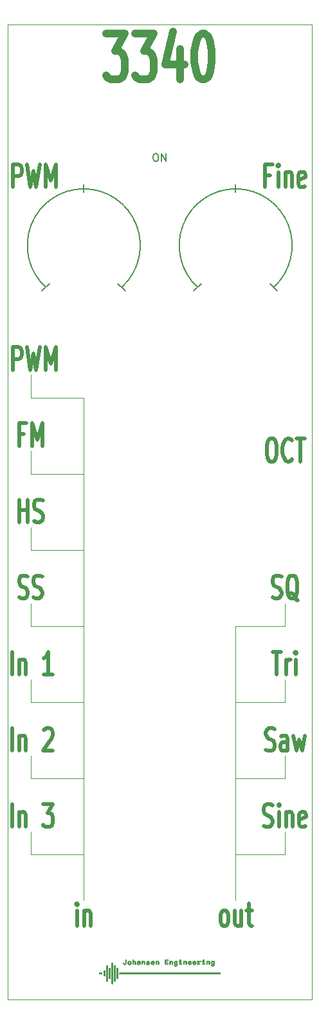
<source format=gbr>
%TF.GenerationSoftware,KiCad,Pcbnew,(5.1.0)-1*%
%TF.CreationDate,2020-03-08T21:58:09+01:00*%
%TF.ProjectId,KicadJE_AC3340_RevA_Faceplate,4b696361-644a-4455-9f41-43333334305f,rev?*%
%TF.SameCoordinates,Original*%
%TF.FileFunction,Legend,Top*%
%TF.FilePolarity,Positive*%
%FSLAX46Y46*%
G04 Gerber Fmt 4.6, Leading zero omitted, Abs format (unit mm)*
G04 Created by KiCad (PCBNEW (5.1.0)-1) date 2020-03-08 21:58:09*
%MOMM*%
%LPD*%
G04 APERTURE LIST*
%ADD10C,0.120000*%
%ADD11C,0.500000*%
%ADD12C,0.050000*%
%ADD13C,1.000000*%
%ADD14C,0.010000*%
%ADD15C,0.150000*%
G04 APERTURE END LIST*
D10*
X80000000Y-115000000D02*
X80000000Y-151000000D01*
X60000000Y-151000000D02*
X60000000Y-85000000D01*
D11*
X59095238Y-154357142D02*
X59095238Y-152357142D01*
X59095238Y-151357142D02*
X59000000Y-151500000D01*
X59095238Y-151642857D01*
X59190476Y-151500000D01*
X59095238Y-151357142D01*
X59095238Y-151642857D01*
X60047619Y-152357142D02*
X60047619Y-154357142D01*
X60047619Y-152642857D02*
X60142857Y-152500000D01*
X60333333Y-152357142D01*
X60619047Y-152357142D01*
X60809523Y-152500000D01*
X60904761Y-152785714D01*
X60904761Y-154357142D01*
X78380952Y-154357142D02*
X78190476Y-154214285D01*
X78095238Y-154071428D01*
X78000000Y-153785714D01*
X78000000Y-152928571D01*
X78095238Y-152642857D01*
X78190476Y-152500000D01*
X78380952Y-152357142D01*
X78666666Y-152357142D01*
X78857142Y-152500000D01*
X78952380Y-152642857D01*
X79047619Y-152928571D01*
X79047619Y-153785714D01*
X78952380Y-154071428D01*
X78857142Y-154214285D01*
X78666666Y-154357142D01*
X78380952Y-154357142D01*
X80761904Y-152357142D02*
X80761904Y-154357142D01*
X79904761Y-152357142D02*
X79904761Y-153928571D01*
X80000000Y-154214285D01*
X80190476Y-154357142D01*
X80476190Y-154357142D01*
X80666666Y-154214285D01*
X80761904Y-154071428D01*
X81428571Y-152357142D02*
X82190476Y-152357142D01*
X81714285Y-151357142D02*
X81714285Y-153928571D01*
X81809523Y-154214285D01*
X82000000Y-154357142D01*
X82190476Y-154357142D01*
D10*
X80000000Y-115000000D02*
X86500000Y-115000000D01*
X86500000Y-115000000D02*
X86500000Y-112000000D01*
X80000000Y-125000000D02*
X86500000Y-125000000D01*
X86500000Y-125000000D02*
X86500000Y-122000000D01*
X80000000Y-135000000D02*
X86500000Y-135000000D01*
X86500000Y-135000000D02*
X86500000Y-132000000D01*
X86500000Y-145000000D02*
X86500000Y-142000000D01*
X80000000Y-145000000D02*
X86500000Y-145000000D01*
X53000000Y-145000000D02*
X53000000Y-142000000D01*
X60000000Y-145000000D02*
X53000000Y-145000000D01*
X53000000Y-95000000D02*
X53000000Y-92000000D01*
X60000000Y-135000000D02*
X53000000Y-135000000D01*
X53000000Y-85000000D02*
X53000000Y-82000000D01*
X60000000Y-125000000D02*
X53000000Y-125000000D01*
X60000000Y-115000000D02*
X53000000Y-115000000D01*
X53000000Y-115000000D02*
X53000000Y-112000000D01*
X60000000Y-105000000D02*
X53000000Y-105000000D01*
X53000000Y-105000000D02*
X53000000Y-102000000D01*
X53000000Y-135000000D02*
X53000000Y-132000000D01*
X60000000Y-95000000D02*
X53000000Y-95000000D01*
X53000000Y-125000000D02*
X53000000Y-122000000D01*
X60000000Y-85000000D02*
X53000000Y-85000000D01*
D11*
X50690476Y-81357142D02*
X50690476Y-78357142D01*
X51452380Y-78357142D01*
X51642857Y-78500000D01*
X51738095Y-78642857D01*
X51833333Y-78928571D01*
X51833333Y-79357142D01*
X51738095Y-79642857D01*
X51642857Y-79785714D01*
X51452380Y-79928571D01*
X50690476Y-79928571D01*
X52500000Y-78357142D02*
X52976190Y-81357142D01*
X53357142Y-79214285D01*
X53738095Y-81357142D01*
X54214285Y-78357142D01*
X54976190Y-81357142D02*
X54976190Y-78357142D01*
X55642857Y-80500000D01*
X56309523Y-78357142D01*
X56309523Y-81357142D01*
X51476190Y-111214285D02*
X51761904Y-111357142D01*
X52238095Y-111357142D01*
X52428571Y-111214285D01*
X52523809Y-111071428D01*
X52619047Y-110785714D01*
X52619047Y-110500000D01*
X52523809Y-110214285D01*
X52428571Y-110071428D01*
X52238095Y-109928571D01*
X51857142Y-109785714D01*
X51666666Y-109642857D01*
X51571428Y-109500000D01*
X51476190Y-109214285D01*
X51476190Y-108928571D01*
X51571428Y-108642857D01*
X51666666Y-108500000D01*
X51857142Y-108357142D01*
X52333333Y-108357142D01*
X52619047Y-108500000D01*
X53380952Y-111214285D02*
X53666666Y-111357142D01*
X54142857Y-111357142D01*
X54333333Y-111214285D01*
X54428571Y-111071428D01*
X54523809Y-110785714D01*
X54523809Y-110500000D01*
X54428571Y-110214285D01*
X54333333Y-110071428D01*
X54142857Y-109928571D01*
X53761904Y-109785714D01*
X53571428Y-109642857D01*
X53476190Y-109500000D01*
X53380952Y-109214285D01*
X53380952Y-108928571D01*
X53476190Y-108642857D01*
X53571428Y-108500000D01*
X53761904Y-108357142D01*
X54238095Y-108357142D01*
X54523809Y-108500000D01*
X51476190Y-101357142D02*
X51476190Y-98357142D01*
X51476190Y-99785714D02*
X52619047Y-99785714D01*
X52619047Y-101357142D02*
X52619047Y-98357142D01*
X53476190Y-101214285D02*
X53761904Y-101357142D01*
X54238095Y-101357142D01*
X54428571Y-101214285D01*
X54523809Y-101071428D01*
X54619047Y-100785714D01*
X54619047Y-100500000D01*
X54523809Y-100214285D01*
X54428571Y-100071428D01*
X54238095Y-99928571D01*
X53857142Y-99785714D01*
X53666666Y-99642857D01*
X53571428Y-99500000D01*
X53476190Y-99214285D01*
X53476190Y-98928571D01*
X53571428Y-98642857D01*
X53666666Y-98500000D01*
X53857142Y-98357142D01*
X54333333Y-98357142D01*
X54619047Y-98500000D01*
X50580952Y-121357142D02*
X50580952Y-118357142D01*
X51533333Y-119357142D02*
X51533333Y-121357142D01*
X51533333Y-119642857D02*
X51628571Y-119500000D01*
X51819047Y-119357142D01*
X52104761Y-119357142D01*
X52295238Y-119500000D01*
X52390476Y-119785714D01*
X52390476Y-121357142D01*
X55914285Y-121357142D02*
X54771428Y-121357142D01*
X55342857Y-121357142D02*
X55342857Y-118357142D01*
X55152380Y-118785714D01*
X54961904Y-119071428D01*
X54771428Y-119214285D01*
X50580952Y-131357142D02*
X50580952Y-128357142D01*
X51533333Y-129357142D02*
X51533333Y-131357142D01*
X51533333Y-129642857D02*
X51628571Y-129500000D01*
X51819047Y-129357142D01*
X52104761Y-129357142D01*
X52295238Y-129500000D01*
X52390476Y-129785714D01*
X52390476Y-131357142D01*
X54771428Y-128642857D02*
X54866666Y-128500000D01*
X55057142Y-128357142D01*
X55533333Y-128357142D01*
X55723809Y-128500000D01*
X55819047Y-128642857D01*
X55914285Y-128928571D01*
X55914285Y-129214285D01*
X55819047Y-129642857D01*
X54676190Y-131357142D01*
X55914285Y-131357142D01*
X50580952Y-141357142D02*
X50580952Y-138357142D01*
X51533333Y-139357142D02*
X51533333Y-141357142D01*
X51533333Y-139642857D02*
X51628571Y-139500000D01*
X51819047Y-139357142D01*
X52104761Y-139357142D01*
X52295238Y-139500000D01*
X52390476Y-139785714D01*
X52390476Y-141357142D01*
X54676190Y-138357142D02*
X55914285Y-138357142D01*
X55247619Y-139500000D01*
X55533333Y-139500000D01*
X55723809Y-139642857D01*
X55819047Y-139785714D01*
X55914285Y-140071428D01*
X55914285Y-140785714D01*
X55819047Y-141071428D01*
X55723809Y-141214285D01*
X55533333Y-141357142D01*
X54961904Y-141357142D01*
X54771428Y-141214285D01*
X54676190Y-141071428D01*
X52142857Y-89785714D02*
X51476190Y-89785714D01*
X51476190Y-91357142D02*
X51476190Y-88357142D01*
X52428571Y-88357142D01*
X53190476Y-91357142D02*
X53190476Y-88357142D01*
X53857142Y-90500000D01*
X54523809Y-88357142D01*
X54523809Y-91357142D01*
X83690476Y-141214285D02*
X83976190Y-141357142D01*
X84452380Y-141357142D01*
X84642857Y-141214285D01*
X84738095Y-141071428D01*
X84833333Y-140785714D01*
X84833333Y-140500000D01*
X84738095Y-140214285D01*
X84642857Y-140071428D01*
X84452380Y-139928571D01*
X84071428Y-139785714D01*
X83880952Y-139642857D01*
X83785714Y-139500000D01*
X83690476Y-139214285D01*
X83690476Y-138928571D01*
X83785714Y-138642857D01*
X83880952Y-138500000D01*
X84071428Y-138357142D01*
X84547619Y-138357142D01*
X84833333Y-138500000D01*
X85690476Y-141357142D02*
X85690476Y-139357142D01*
X85690476Y-138357142D02*
X85595238Y-138500000D01*
X85690476Y-138642857D01*
X85785714Y-138500000D01*
X85690476Y-138357142D01*
X85690476Y-138642857D01*
X86642857Y-139357142D02*
X86642857Y-141357142D01*
X86642857Y-139642857D02*
X86738095Y-139500000D01*
X86928571Y-139357142D01*
X87214285Y-139357142D01*
X87404761Y-139500000D01*
X87500000Y-139785714D01*
X87500000Y-141357142D01*
X89214285Y-141214285D02*
X89023809Y-141357142D01*
X88642857Y-141357142D01*
X88452380Y-141214285D01*
X88357142Y-140928571D01*
X88357142Y-139785714D01*
X88452380Y-139500000D01*
X88642857Y-139357142D01*
X89023809Y-139357142D01*
X89214285Y-139500000D01*
X89309523Y-139785714D01*
X89309523Y-140071428D01*
X88357142Y-140357142D01*
X83976190Y-131214285D02*
X84261904Y-131357142D01*
X84738095Y-131357142D01*
X84928571Y-131214285D01*
X85023809Y-131071428D01*
X85119047Y-130785714D01*
X85119047Y-130500000D01*
X85023809Y-130214285D01*
X84928571Y-130071428D01*
X84738095Y-129928571D01*
X84357142Y-129785714D01*
X84166666Y-129642857D01*
X84071428Y-129500000D01*
X83976190Y-129214285D01*
X83976190Y-128928571D01*
X84071428Y-128642857D01*
X84166666Y-128500000D01*
X84357142Y-128357142D01*
X84833333Y-128357142D01*
X85119047Y-128500000D01*
X86833333Y-131357142D02*
X86833333Y-129785714D01*
X86738095Y-129500000D01*
X86547619Y-129357142D01*
X86166666Y-129357142D01*
X85976190Y-129500000D01*
X86833333Y-131214285D02*
X86642857Y-131357142D01*
X86166666Y-131357142D01*
X85976190Y-131214285D01*
X85880952Y-130928571D01*
X85880952Y-130642857D01*
X85976190Y-130357142D01*
X86166666Y-130214285D01*
X86642857Y-130214285D01*
X86833333Y-130071428D01*
X87595238Y-129357142D02*
X87976190Y-131357142D01*
X88357142Y-129928571D01*
X88738095Y-131357142D01*
X89119047Y-129357142D01*
X84833333Y-118357142D02*
X85976190Y-118357142D01*
X85404761Y-121357142D02*
X85404761Y-118357142D01*
X86642857Y-121357142D02*
X86642857Y-119357142D01*
X86642857Y-119928571D02*
X86738095Y-119642857D01*
X86833333Y-119500000D01*
X87023809Y-119357142D01*
X87214285Y-119357142D01*
X87880952Y-121357142D02*
X87880952Y-119357142D01*
X87880952Y-118357142D02*
X87785714Y-118500000D01*
X87880952Y-118642857D01*
X87976190Y-118500000D01*
X87880952Y-118357142D01*
X87880952Y-118642857D01*
X84880952Y-111214285D02*
X85166666Y-111357142D01*
X85642857Y-111357142D01*
X85833333Y-111214285D01*
X85928571Y-111071428D01*
X86023809Y-110785714D01*
X86023809Y-110500000D01*
X85928571Y-110214285D01*
X85833333Y-110071428D01*
X85642857Y-109928571D01*
X85261904Y-109785714D01*
X85071428Y-109642857D01*
X84976190Y-109500000D01*
X84880952Y-109214285D01*
X84880952Y-108928571D01*
X84976190Y-108642857D01*
X85071428Y-108500000D01*
X85261904Y-108357142D01*
X85738095Y-108357142D01*
X86023809Y-108500000D01*
X88214285Y-111642857D02*
X88023809Y-111500000D01*
X87833333Y-111214285D01*
X87547619Y-110785714D01*
X87357142Y-110642857D01*
X87166666Y-110642857D01*
X87261904Y-111357142D02*
X87071428Y-111214285D01*
X86880952Y-110928571D01*
X86785714Y-110357142D01*
X86785714Y-109357142D01*
X86880952Y-108785714D01*
X87071428Y-108500000D01*
X87261904Y-108357142D01*
X87642857Y-108357142D01*
X87833333Y-108500000D01*
X88023809Y-108785714D01*
X88119047Y-109357142D01*
X88119047Y-110357142D01*
X88023809Y-110928571D01*
X87833333Y-111214285D01*
X87642857Y-111357142D01*
X87261904Y-111357142D01*
X84547619Y-90357142D02*
X84928571Y-90357142D01*
X85119047Y-90500000D01*
X85309523Y-90785714D01*
X85404761Y-91357142D01*
X85404761Y-92357142D01*
X85309523Y-92928571D01*
X85119047Y-93214285D01*
X84928571Y-93357142D01*
X84547619Y-93357142D01*
X84357142Y-93214285D01*
X84166666Y-92928571D01*
X84071428Y-92357142D01*
X84071428Y-91357142D01*
X84166666Y-90785714D01*
X84357142Y-90500000D01*
X84547619Y-90357142D01*
X87404761Y-93071428D02*
X87309523Y-93214285D01*
X87023809Y-93357142D01*
X86833333Y-93357142D01*
X86547619Y-93214285D01*
X86357142Y-92928571D01*
X86261904Y-92642857D01*
X86166666Y-92071428D01*
X86166666Y-91642857D01*
X86261904Y-91071428D01*
X86357142Y-90785714D01*
X86547619Y-90500000D01*
X86833333Y-90357142D01*
X87023809Y-90357142D01*
X87309523Y-90500000D01*
X87404761Y-90642857D01*
X87976190Y-90357142D02*
X89119047Y-90357142D01*
X88547619Y-93357142D02*
X88547619Y-90357142D01*
X84547619Y-55785714D02*
X83880952Y-55785714D01*
X83880952Y-57357142D02*
X83880952Y-54357142D01*
X84833333Y-54357142D01*
X85595238Y-57357142D02*
X85595238Y-55357142D01*
X85595238Y-54357142D02*
X85500000Y-54500000D01*
X85595238Y-54642857D01*
X85690476Y-54500000D01*
X85595238Y-54357142D01*
X85595238Y-54642857D01*
X86547619Y-55357142D02*
X86547619Y-57357142D01*
X86547619Y-55642857D02*
X86642857Y-55500000D01*
X86833333Y-55357142D01*
X87119047Y-55357142D01*
X87309523Y-55500000D01*
X87404761Y-55785714D01*
X87404761Y-57357142D01*
X89119047Y-57214285D02*
X88928571Y-57357142D01*
X88547619Y-57357142D01*
X88357142Y-57214285D01*
X88261904Y-56928571D01*
X88261904Y-55785714D01*
X88357142Y-55500000D01*
X88547619Y-55357142D01*
X88928571Y-55357142D01*
X89119047Y-55500000D01*
X89214285Y-55785714D01*
X89214285Y-56071428D01*
X88261904Y-56357142D01*
D12*
X50000000Y-164000000D02*
X50000000Y-36000000D01*
X90000000Y-164000000D02*
X50000000Y-164000000D01*
X90000000Y-36000000D02*
X90000000Y-164000000D01*
X50000000Y-36000000D02*
X90000000Y-36000000D01*
D13*
X62952380Y-37214285D02*
X65428571Y-37214285D01*
X64095238Y-39500000D01*
X64666666Y-39500000D01*
X65047619Y-39785714D01*
X65238095Y-40071428D01*
X65428571Y-40642857D01*
X65428571Y-42071428D01*
X65238095Y-42642857D01*
X65047619Y-42928571D01*
X64666666Y-43214285D01*
X63523809Y-43214285D01*
X63142857Y-42928571D01*
X62952380Y-42642857D01*
X66761904Y-37214285D02*
X69238095Y-37214285D01*
X67904761Y-39500000D01*
X68476190Y-39500000D01*
X68857142Y-39785714D01*
X69047619Y-40071428D01*
X69238095Y-40642857D01*
X69238095Y-42071428D01*
X69047619Y-42642857D01*
X68857142Y-42928571D01*
X68476190Y-43214285D01*
X67333333Y-43214285D01*
X66952380Y-42928571D01*
X66761904Y-42642857D01*
X72666666Y-39214285D02*
X72666666Y-43214285D01*
X71714285Y-36928571D02*
X70761904Y-41214285D01*
X73238095Y-41214285D01*
X75523809Y-37214285D02*
X75904761Y-37214285D01*
X76285714Y-37500000D01*
X76476190Y-37785714D01*
X76666666Y-38357142D01*
X76857142Y-39500000D01*
X76857142Y-40928571D01*
X76666666Y-42071428D01*
X76476190Y-42642857D01*
X76285714Y-42928571D01*
X75904761Y-43214285D01*
X75523809Y-43214285D01*
X75142857Y-42928571D01*
X74952380Y-42642857D01*
X74761904Y-42071428D01*
X74571428Y-40928571D01*
X74571428Y-39500000D01*
X74761904Y-38357142D01*
X74952380Y-37785714D01*
X75142857Y-37500000D01*
X75523809Y-37214285D01*
D11*
X50690476Y-57357142D02*
X50690476Y-54357142D01*
X51452380Y-54357142D01*
X51642857Y-54500000D01*
X51738095Y-54642857D01*
X51833333Y-54928571D01*
X51833333Y-55357142D01*
X51738095Y-55642857D01*
X51642857Y-55785714D01*
X51452380Y-55928571D01*
X50690476Y-55928571D01*
X52500000Y-54357142D02*
X52976190Y-57357142D01*
X53357142Y-55214285D01*
X53738095Y-57357142D01*
X54214285Y-54357142D01*
X54976190Y-57357142D02*
X54976190Y-54357142D01*
X55642857Y-56500000D01*
X56309523Y-54357142D01*
X56309523Y-57357142D01*
D14*
G36*
X75791200Y-158899800D02*
G01*
X75676900Y-158899800D01*
X75676900Y-158772800D01*
X75791200Y-158772800D01*
X75791200Y-158899800D01*
X75791200Y-158899800D01*
G37*
X75791200Y-158899800D02*
X75676900Y-158899800D01*
X75676900Y-158772800D01*
X75791200Y-158772800D01*
X75791200Y-158899800D01*
G36*
X72743200Y-158899800D02*
G01*
X72628900Y-158899800D01*
X72628900Y-158772800D01*
X72743200Y-158772800D01*
X72743200Y-158899800D01*
X72743200Y-158899800D01*
G37*
X72743200Y-158899800D02*
X72628900Y-158899800D01*
X72628900Y-158772800D01*
X72743200Y-158772800D01*
X72743200Y-158899800D01*
G36*
X76438114Y-158942318D02*
G01*
X76473195Y-158959123D01*
X76492674Y-158974926D01*
X76534150Y-159011953D01*
X76538239Y-159203526D01*
X76542329Y-159395100D01*
X76438900Y-159395100D01*
X76438900Y-159230907D01*
X76438314Y-159159817D01*
X76436253Y-159109877D01*
X76432258Y-159076854D01*
X76425870Y-159056520D01*
X76418942Y-159046757D01*
X76385287Y-159028974D01*
X76345560Y-159030874D01*
X76306502Y-159050204D01*
X76274851Y-159084714D01*
X76268062Y-159097154D01*
X76256927Y-159133806D01*
X76250505Y-159188629D01*
X76248400Y-159265050D01*
X76248400Y-159395100D01*
X76146800Y-159395100D01*
X76146800Y-158950600D01*
X76197600Y-158950600D01*
X76230192Y-158952142D01*
X76244681Y-158960281D01*
X76248330Y-158980282D01*
X76248400Y-158987430D01*
X76248400Y-159024260D01*
X76291580Y-158981080D01*
X76323768Y-158953238D01*
X76354315Y-158940684D01*
X76392979Y-158937900D01*
X76438114Y-158942318D01*
X76438114Y-158942318D01*
G37*
X76438114Y-158942318D02*
X76473195Y-158959123D01*
X76492674Y-158974926D01*
X76534150Y-159011953D01*
X76538239Y-159203526D01*
X76542329Y-159395100D01*
X76438900Y-159395100D01*
X76438900Y-159230907D01*
X76438314Y-159159817D01*
X76436253Y-159109877D01*
X76432258Y-159076854D01*
X76425870Y-159056520D01*
X76418942Y-159046757D01*
X76385287Y-159028974D01*
X76345560Y-159030874D01*
X76306502Y-159050204D01*
X76274851Y-159084714D01*
X76268062Y-159097154D01*
X76256927Y-159133806D01*
X76250505Y-159188629D01*
X76248400Y-159265050D01*
X76248400Y-159395100D01*
X76146800Y-159395100D01*
X76146800Y-158950600D01*
X76197600Y-158950600D01*
X76230192Y-158952142D01*
X76244681Y-158960281D01*
X76248330Y-158980282D01*
X76248400Y-158987430D01*
X76248400Y-159024260D01*
X76291580Y-158981080D01*
X76323768Y-158953238D01*
X76354315Y-158940684D01*
X76392979Y-158937900D01*
X76438114Y-158942318D01*
G36*
X75791200Y-159306200D02*
G01*
X75842000Y-159306200D01*
X75874525Y-159307545D01*
X75888979Y-159315854D01*
X75892686Y-159337533D01*
X75892800Y-159350650D01*
X75892800Y-159395100D01*
X75588000Y-159395100D01*
X75588000Y-159350650D01*
X75589965Y-159320858D01*
X75601057Y-159308640D01*
X75629066Y-159306205D01*
X75632450Y-159306200D01*
X75676900Y-159306200D01*
X75676900Y-159039500D01*
X75632450Y-159039500D01*
X75602658Y-159037534D01*
X75590440Y-159026442D01*
X75588005Y-158998433D01*
X75588000Y-158995050D01*
X75588000Y-158950600D01*
X75791200Y-158950600D01*
X75791200Y-159306200D01*
X75791200Y-159306200D01*
G37*
X75791200Y-159306200D02*
X75842000Y-159306200D01*
X75874525Y-159307545D01*
X75888979Y-159315854D01*
X75892686Y-159337533D01*
X75892800Y-159350650D01*
X75892800Y-159395100D01*
X75588000Y-159395100D01*
X75588000Y-159350650D01*
X75589965Y-159320858D01*
X75601057Y-159308640D01*
X75629066Y-159306205D01*
X75632450Y-159306200D01*
X75676900Y-159306200D01*
X75676900Y-159039500D01*
X75632450Y-159039500D01*
X75602658Y-159037534D01*
X75590440Y-159026442D01*
X75588005Y-158998433D01*
X75588000Y-158995050D01*
X75588000Y-158950600D01*
X75791200Y-158950600D01*
X75791200Y-159306200D01*
G36*
X75333699Y-158940912D02*
G01*
X75358516Y-158950885D01*
X75365016Y-158970931D01*
X75358113Y-158999630D01*
X75347462Y-159025131D01*
X75333608Y-159035481D01*
X75307593Y-159035040D01*
X75290351Y-159032606D01*
X75229116Y-159033141D01*
X75175228Y-159051791D01*
X75135106Y-159085879D01*
X75125293Y-159101368D01*
X75112681Y-159141577D01*
X75106047Y-159197735D01*
X75105400Y-159223019D01*
X75105400Y-159306200D01*
X75156200Y-159306200D01*
X75188725Y-159307545D01*
X75203179Y-159315854D01*
X75206886Y-159337533D01*
X75207000Y-159350650D01*
X75207000Y-159395100D01*
X74902200Y-159395100D01*
X74902200Y-159350650D01*
X74903737Y-159322190D01*
X74913233Y-159309542D01*
X74938010Y-159306299D01*
X74953000Y-159306200D01*
X75003800Y-159306200D01*
X75003800Y-159026800D01*
X74953000Y-159026800D01*
X74920426Y-159025295D01*
X74905946Y-159017142D01*
X74902280Y-158996881D01*
X74902200Y-158988700D01*
X74902200Y-158950600D01*
X75105400Y-158950600D01*
X75105400Y-159032890D01*
X75138393Y-158997307D01*
X75182463Y-158960769D01*
X75233745Y-158942216D01*
X75287201Y-158938094D01*
X75333699Y-158940912D01*
X75333699Y-158940912D01*
G37*
X75333699Y-158940912D02*
X75358516Y-158950885D01*
X75365016Y-158970931D01*
X75358113Y-158999630D01*
X75347462Y-159025131D01*
X75333608Y-159035481D01*
X75307593Y-159035040D01*
X75290351Y-159032606D01*
X75229116Y-159033141D01*
X75175228Y-159051791D01*
X75135106Y-159085879D01*
X75125293Y-159101368D01*
X75112681Y-159141577D01*
X75106047Y-159197735D01*
X75105400Y-159223019D01*
X75105400Y-159306200D01*
X75156200Y-159306200D01*
X75188725Y-159307545D01*
X75203179Y-159315854D01*
X75206886Y-159337533D01*
X75207000Y-159350650D01*
X75207000Y-159395100D01*
X74902200Y-159395100D01*
X74902200Y-159350650D01*
X74903737Y-159322190D01*
X74913233Y-159309542D01*
X74938010Y-159306299D01*
X74953000Y-159306200D01*
X75003800Y-159306200D01*
X75003800Y-159026800D01*
X74953000Y-159026800D01*
X74920426Y-159025295D01*
X74905946Y-159017142D01*
X74902280Y-158996881D01*
X74902200Y-158988700D01*
X74902200Y-158950600D01*
X75105400Y-158950600D01*
X75105400Y-159032890D01*
X75138393Y-158997307D01*
X75182463Y-158960769D01*
X75233745Y-158942216D01*
X75287201Y-158938094D01*
X75333699Y-158940912D01*
G36*
X73390114Y-158942318D02*
G01*
X73425195Y-158959123D01*
X73444674Y-158974926D01*
X73486150Y-159011953D01*
X73490239Y-159203526D01*
X73494329Y-159395100D01*
X73390900Y-159395100D01*
X73390900Y-159230907D01*
X73390314Y-159159817D01*
X73388253Y-159109877D01*
X73384258Y-159076854D01*
X73377870Y-159056520D01*
X73370942Y-159046757D01*
X73337287Y-159028974D01*
X73297560Y-159030874D01*
X73258502Y-159050204D01*
X73226851Y-159084714D01*
X73220062Y-159097154D01*
X73208927Y-159133806D01*
X73202505Y-159188629D01*
X73200400Y-159265050D01*
X73200400Y-159395100D01*
X73098800Y-159395100D01*
X73098800Y-158950600D01*
X73149600Y-158950600D01*
X73182192Y-158952142D01*
X73196681Y-158960281D01*
X73200330Y-158980282D01*
X73200400Y-158987430D01*
X73200400Y-159024260D01*
X73243580Y-158981080D01*
X73275768Y-158953238D01*
X73306315Y-158940684D01*
X73344979Y-158937900D01*
X73390114Y-158942318D01*
X73390114Y-158942318D01*
G37*
X73390114Y-158942318D02*
X73425195Y-158959123D01*
X73444674Y-158974926D01*
X73486150Y-159011953D01*
X73490239Y-159203526D01*
X73494329Y-159395100D01*
X73390900Y-159395100D01*
X73390900Y-159230907D01*
X73390314Y-159159817D01*
X73388253Y-159109877D01*
X73384258Y-159076854D01*
X73377870Y-159056520D01*
X73370942Y-159046757D01*
X73337287Y-159028974D01*
X73297560Y-159030874D01*
X73258502Y-159050204D01*
X73226851Y-159084714D01*
X73220062Y-159097154D01*
X73208927Y-159133806D01*
X73202505Y-159188629D01*
X73200400Y-159265050D01*
X73200400Y-159395100D01*
X73098800Y-159395100D01*
X73098800Y-158950600D01*
X73149600Y-158950600D01*
X73182192Y-158952142D01*
X73196681Y-158960281D01*
X73200330Y-158980282D01*
X73200400Y-158987430D01*
X73200400Y-159024260D01*
X73243580Y-158981080D01*
X73275768Y-158953238D01*
X73306315Y-158940684D01*
X73344979Y-158937900D01*
X73390114Y-158942318D01*
G36*
X72743200Y-159306200D02*
G01*
X72794000Y-159306200D01*
X72826525Y-159307545D01*
X72840979Y-159315854D01*
X72844686Y-159337533D01*
X72844800Y-159350650D01*
X72844800Y-159395100D01*
X72540000Y-159395100D01*
X72540000Y-159350650D01*
X72541965Y-159320858D01*
X72553057Y-159308640D01*
X72581066Y-159306205D01*
X72584450Y-159306200D01*
X72628900Y-159306200D01*
X72628900Y-159039500D01*
X72584450Y-159039500D01*
X72554658Y-159037534D01*
X72542440Y-159026442D01*
X72540005Y-158998433D01*
X72540000Y-158995050D01*
X72540000Y-158950600D01*
X72743200Y-158950600D01*
X72743200Y-159306200D01*
X72743200Y-159306200D01*
G37*
X72743200Y-159306200D02*
X72794000Y-159306200D01*
X72826525Y-159307545D01*
X72840979Y-159315854D01*
X72844686Y-159337533D01*
X72844800Y-159350650D01*
X72844800Y-159395100D01*
X72540000Y-159395100D01*
X72540000Y-159350650D01*
X72541965Y-159320858D01*
X72553057Y-159308640D01*
X72581066Y-159306205D01*
X72584450Y-159306200D01*
X72628900Y-159306200D01*
X72628900Y-159039500D01*
X72584450Y-159039500D01*
X72554658Y-159037534D01*
X72542440Y-159026442D01*
X72540005Y-158998433D01*
X72540000Y-158995050D01*
X72540000Y-158950600D01*
X72743200Y-158950600D01*
X72743200Y-159306200D01*
G36*
X71561314Y-158942318D02*
G01*
X71596395Y-158959123D01*
X71615874Y-158974926D01*
X71657350Y-159011953D01*
X71661439Y-159203526D01*
X71665529Y-159395100D01*
X71562100Y-159395100D01*
X71562100Y-159230907D01*
X71561514Y-159159817D01*
X71559453Y-159109877D01*
X71555458Y-159076854D01*
X71549070Y-159056520D01*
X71542142Y-159046757D01*
X71508487Y-159028974D01*
X71468760Y-159030874D01*
X71429702Y-159050204D01*
X71398051Y-159084714D01*
X71391262Y-159097154D01*
X71380127Y-159133806D01*
X71373705Y-159188629D01*
X71371600Y-159265050D01*
X71371600Y-159395100D01*
X71270000Y-159395100D01*
X71270000Y-158950600D01*
X71320800Y-158950600D01*
X71353392Y-158952142D01*
X71367881Y-158960281D01*
X71371530Y-158980282D01*
X71371600Y-158987430D01*
X71371600Y-159024260D01*
X71414780Y-158981080D01*
X71446968Y-158953238D01*
X71477515Y-158940684D01*
X71516179Y-158937900D01*
X71561314Y-158942318D01*
X71561314Y-158942318D01*
G37*
X71561314Y-158942318D02*
X71596395Y-158959123D01*
X71615874Y-158974926D01*
X71657350Y-159011953D01*
X71661439Y-159203526D01*
X71665529Y-159395100D01*
X71562100Y-159395100D01*
X71562100Y-159230907D01*
X71561514Y-159159817D01*
X71559453Y-159109877D01*
X71555458Y-159076854D01*
X71549070Y-159056520D01*
X71542142Y-159046757D01*
X71508487Y-159028974D01*
X71468760Y-159030874D01*
X71429702Y-159050204D01*
X71398051Y-159084714D01*
X71391262Y-159097154D01*
X71380127Y-159133806D01*
X71373705Y-159188629D01*
X71371600Y-159265050D01*
X71371600Y-159395100D01*
X71270000Y-159395100D01*
X71270000Y-158950600D01*
X71320800Y-158950600D01*
X71353392Y-158952142D01*
X71367881Y-158960281D01*
X71371530Y-158980282D01*
X71371600Y-158987430D01*
X71371600Y-159024260D01*
X71414780Y-158981080D01*
X71446968Y-158953238D01*
X71477515Y-158940684D01*
X71516179Y-158937900D01*
X71561314Y-158942318D01*
G36*
X71054100Y-158861700D02*
G01*
X70762000Y-158861700D01*
X70762000Y-159039500D01*
X70990600Y-159039500D01*
X70990600Y-159128400D01*
X70762000Y-159128400D01*
X70762000Y-159306200D01*
X71054100Y-159306200D01*
X71054100Y-159395100D01*
X70660400Y-159395100D01*
X70660400Y-158772800D01*
X71054100Y-158772800D01*
X71054100Y-158861700D01*
X71054100Y-158861700D01*
G37*
X71054100Y-158861700D02*
X70762000Y-158861700D01*
X70762000Y-159039500D01*
X70990600Y-159039500D01*
X70990600Y-159128400D01*
X70762000Y-159128400D01*
X70762000Y-159306200D01*
X71054100Y-159306200D01*
X71054100Y-159395100D01*
X70660400Y-159395100D01*
X70660400Y-158772800D01*
X71054100Y-158772800D01*
X71054100Y-158861700D01*
G36*
X69745214Y-158942318D02*
G01*
X69780295Y-158959123D01*
X69799774Y-158974926D01*
X69841250Y-159011953D01*
X69845339Y-159203526D01*
X69849429Y-159395100D01*
X69746000Y-159395100D01*
X69746000Y-159230907D01*
X69745414Y-159159817D01*
X69743353Y-159109877D01*
X69739358Y-159076854D01*
X69732970Y-159056520D01*
X69726042Y-159046757D01*
X69692387Y-159028974D01*
X69652660Y-159030874D01*
X69613602Y-159050204D01*
X69581951Y-159084714D01*
X69575162Y-159097154D01*
X69564027Y-159133806D01*
X69557605Y-159188629D01*
X69555500Y-159265050D01*
X69555500Y-159395100D01*
X69453900Y-159395100D01*
X69453900Y-158950600D01*
X69504700Y-158950600D01*
X69537292Y-158952142D01*
X69551781Y-158960281D01*
X69555430Y-158980282D01*
X69555500Y-158987430D01*
X69555500Y-159024260D01*
X69598680Y-158981080D01*
X69630868Y-158953238D01*
X69661415Y-158940684D01*
X69700079Y-158937900D01*
X69745214Y-158942318D01*
X69745214Y-158942318D01*
G37*
X69745214Y-158942318D02*
X69780295Y-158959123D01*
X69799774Y-158974926D01*
X69841250Y-159011953D01*
X69845339Y-159203526D01*
X69849429Y-159395100D01*
X69746000Y-159395100D01*
X69746000Y-159230907D01*
X69745414Y-159159817D01*
X69743353Y-159109877D01*
X69739358Y-159076854D01*
X69732970Y-159056520D01*
X69726042Y-159046757D01*
X69692387Y-159028974D01*
X69652660Y-159030874D01*
X69613602Y-159050204D01*
X69581951Y-159084714D01*
X69575162Y-159097154D01*
X69564027Y-159133806D01*
X69557605Y-159188629D01*
X69555500Y-159265050D01*
X69555500Y-159395100D01*
X69453900Y-159395100D01*
X69453900Y-158950600D01*
X69504700Y-158950600D01*
X69537292Y-158952142D01*
X69551781Y-158960281D01*
X69555430Y-158980282D01*
X69555500Y-158987430D01*
X69555500Y-159024260D01*
X69598680Y-158981080D01*
X69630868Y-158953238D01*
X69661415Y-158940684D01*
X69700079Y-158937900D01*
X69745214Y-158942318D01*
G36*
X67916414Y-158942318D02*
G01*
X67951495Y-158959123D01*
X67970974Y-158974926D01*
X68012450Y-159011953D01*
X68016539Y-159203526D01*
X68020629Y-159395100D01*
X67917200Y-159395100D01*
X67917200Y-159230907D01*
X67916614Y-159159817D01*
X67914553Y-159109877D01*
X67910558Y-159076854D01*
X67904170Y-159056520D01*
X67897242Y-159046757D01*
X67863587Y-159028974D01*
X67823860Y-159030874D01*
X67784802Y-159050204D01*
X67753151Y-159084714D01*
X67746362Y-159097154D01*
X67735227Y-159133806D01*
X67728805Y-159188629D01*
X67726700Y-159265050D01*
X67726700Y-159395100D01*
X67625100Y-159395100D01*
X67625100Y-158950600D01*
X67675900Y-158950600D01*
X67708492Y-158952142D01*
X67722981Y-158960281D01*
X67726630Y-158980282D01*
X67726700Y-158987430D01*
X67726700Y-159024260D01*
X67769880Y-158981080D01*
X67802068Y-158953238D01*
X67832615Y-158940684D01*
X67871279Y-158937900D01*
X67916414Y-158942318D01*
X67916414Y-158942318D01*
G37*
X67916414Y-158942318D02*
X67951495Y-158959123D01*
X67970974Y-158974926D01*
X68012450Y-159011953D01*
X68016539Y-159203526D01*
X68020629Y-159395100D01*
X67917200Y-159395100D01*
X67917200Y-159230907D01*
X67916614Y-159159817D01*
X67914553Y-159109877D01*
X67910558Y-159076854D01*
X67904170Y-159056520D01*
X67897242Y-159046757D01*
X67863587Y-159028974D01*
X67823860Y-159030874D01*
X67784802Y-159050204D01*
X67753151Y-159084714D01*
X67746362Y-159097154D01*
X67735227Y-159133806D01*
X67728805Y-159188629D01*
X67726700Y-159265050D01*
X67726700Y-159395100D01*
X67625100Y-159395100D01*
X67625100Y-158950600D01*
X67675900Y-158950600D01*
X67708492Y-158952142D01*
X67722981Y-158960281D01*
X67726630Y-158980282D01*
X67726700Y-158987430D01*
X67726700Y-159024260D01*
X67769880Y-158981080D01*
X67802068Y-158953238D01*
X67832615Y-158940684D01*
X67871279Y-158937900D01*
X67916414Y-158942318D01*
G36*
X66507500Y-159027200D02*
G01*
X66543179Y-158987268D01*
X66572611Y-158960600D01*
X66606477Y-158946655D01*
X66642965Y-158941176D01*
X66683943Y-158939143D01*
X66711809Y-158945321D01*
X66738423Y-158963284D01*
X66750161Y-158973485D01*
X66793250Y-159011953D01*
X66797339Y-159203526D01*
X66801429Y-159395100D01*
X66698000Y-159395100D01*
X66698000Y-159230907D01*
X66697414Y-159159817D01*
X66695353Y-159109877D01*
X66691358Y-159076854D01*
X66684970Y-159056520D01*
X66678042Y-159046757D01*
X66644387Y-159028974D01*
X66604660Y-159030874D01*
X66565602Y-159050204D01*
X66533951Y-159084714D01*
X66527162Y-159097154D01*
X66516027Y-159133806D01*
X66509605Y-159188629D01*
X66507500Y-159265050D01*
X66507500Y-159395100D01*
X66405900Y-159395100D01*
X66405900Y-158772800D01*
X66507500Y-158772800D01*
X66507500Y-159027200D01*
X66507500Y-159027200D01*
G37*
X66507500Y-159027200D02*
X66543179Y-158987268D01*
X66572611Y-158960600D01*
X66606477Y-158946655D01*
X66642965Y-158941176D01*
X66683943Y-158939143D01*
X66711809Y-158945321D01*
X66738423Y-158963284D01*
X66750161Y-158973485D01*
X66793250Y-159011953D01*
X66797339Y-159203526D01*
X66801429Y-159395100D01*
X66698000Y-159395100D01*
X66698000Y-159230907D01*
X66697414Y-159159817D01*
X66695353Y-159109877D01*
X66691358Y-159076854D01*
X66684970Y-159056520D01*
X66678042Y-159046757D01*
X66644387Y-159028974D01*
X66604660Y-159030874D01*
X66565602Y-159050204D01*
X66533951Y-159084714D01*
X66527162Y-159097154D01*
X66516027Y-159133806D01*
X66509605Y-159188629D01*
X66507500Y-159265050D01*
X66507500Y-159395100D01*
X66405900Y-159395100D01*
X66405900Y-158772800D01*
X66507500Y-158772800D01*
X66507500Y-159027200D01*
G36*
X74580413Y-158945787D02*
G01*
X74642081Y-158970491D01*
X74682518Y-159003111D01*
X74717361Y-159055044D01*
X74744231Y-159123481D01*
X74755115Y-159169675D01*
X74763650Y-159217300D01*
X74382044Y-159217300D01*
X74396231Y-159248437D01*
X74422015Y-159279278D01*
X74463617Y-159303967D01*
X74511480Y-159317471D01*
X74529469Y-159318621D01*
X74563706Y-159313124D01*
X74605711Y-159299704D01*
X74619304Y-159293985D01*
X74672959Y-159269628D01*
X74698501Y-159302101D01*
X74724044Y-159334573D01*
X74692542Y-159359353D01*
X74634692Y-159390285D01*
X74564466Y-159405651D01*
X74490081Y-159404756D01*
X74419751Y-159386909D01*
X74410914Y-159383118D01*
X74354086Y-159344411D01*
X74313056Y-159290243D01*
X74288965Y-159225896D01*
X74282956Y-159156654D01*
X74292211Y-159108435D01*
X74393971Y-159108435D01*
X74404865Y-159119892D01*
X74436586Y-159126036D01*
X74491057Y-159128276D01*
X74514850Y-159128400D01*
X74574137Y-159127503D01*
X74611624Y-159124482D01*
X74630856Y-159118842D01*
X74635500Y-159111563D01*
X74626899Y-159092145D01*
X74605878Y-159066977D01*
X74602726Y-159063938D01*
X74568051Y-159041118D01*
X74523684Y-159033285D01*
X74514850Y-159033150D01*
X74467831Y-159038951D01*
X74432384Y-159059083D01*
X74426973Y-159063938D01*
X74401981Y-159090254D01*
X74393971Y-159108435D01*
X74292211Y-159108435D01*
X74296172Y-159087800D01*
X74329753Y-159024617D01*
X74332623Y-159020889D01*
X74382212Y-158976662D01*
X74444216Y-158949191D01*
X74512370Y-158938794D01*
X74580413Y-158945787D01*
X74580413Y-158945787D01*
G37*
X74580413Y-158945787D02*
X74642081Y-158970491D01*
X74682518Y-159003111D01*
X74717361Y-159055044D01*
X74744231Y-159123481D01*
X74755115Y-159169675D01*
X74763650Y-159217300D01*
X74382044Y-159217300D01*
X74396231Y-159248437D01*
X74422015Y-159279278D01*
X74463617Y-159303967D01*
X74511480Y-159317471D01*
X74529469Y-159318621D01*
X74563706Y-159313124D01*
X74605711Y-159299704D01*
X74619304Y-159293985D01*
X74672959Y-159269628D01*
X74698501Y-159302101D01*
X74724044Y-159334573D01*
X74692542Y-159359353D01*
X74634692Y-159390285D01*
X74564466Y-159405651D01*
X74490081Y-159404756D01*
X74419751Y-159386909D01*
X74410914Y-159383118D01*
X74354086Y-159344411D01*
X74313056Y-159290243D01*
X74288965Y-159225896D01*
X74282956Y-159156654D01*
X74292211Y-159108435D01*
X74393971Y-159108435D01*
X74404865Y-159119892D01*
X74436586Y-159126036D01*
X74491057Y-159128276D01*
X74514850Y-159128400D01*
X74574137Y-159127503D01*
X74611624Y-159124482D01*
X74630856Y-159118842D01*
X74635500Y-159111563D01*
X74626899Y-159092145D01*
X74605878Y-159066977D01*
X74602726Y-159063938D01*
X74568051Y-159041118D01*
X74523684Y-159033285D01*
X74514850Y-159033150D01*
X74467831Y-159038951D01*
X74432384Y-159059083D01*
X74426973Y-159063938D01*
X74401981Y-159090254D01*
X74393971Y-159108435D01*
X74292211Y-159108435D01*
X74296172Y-159087800D01*
X74329753Y-159024617D01*
X74332623Y-159020889D01*
X74382212Y-158976662D01*
X74444216Y-158949191D01*
X74512370Y-158938794D01*
X74580413Y-158945787D01*
G36*
X73970813Y-158945787D02*
G01*
X74032481Y-158970491D01*
X74072918Y-159003111D01*
X74107761Y-159055044D01*
X74134631Y-159123481D01*
X74145515Y-159169675D01*
X74154050Y-159217300D01*
X73772444Y-159217300D01*
X73786631Y-159248437D01*
X73812415Y-159279278D01*
X73854017Y-159303967D01*
X73901880Y-159317471D01*
X73919869Y-159318621D01*
X73954106Y-159313124D01*
X73996111Y-159299704D01*
X74009704Y-159293985D01*
X74063359Y-159269628D01*
X74088901Y-159302101D01*
X74114444Y-159334573D01*
X74082942Y-159359353D01*
X74025092Y-159390285D01*
X73954866Y-159405651D01*
X73880481Y-159404756D01*
X73810151Y-159386909D01*
X73801314Y-159383118D01*
X73744486Y-159344411D01*
X73703456Y-159290243D01*
X73679365Y-159225896D01*
X73673356Y-159156654D01*
X73682611Y-159108435D01*
X73784371Y-159108435D01*
X73795265Y-159119892D01*
X73826986Y-159126036D01*
X73881457Y-159128276D01*
X73905250Y-159128400D01*
X73964537Y-159127503D01*
X74002024Y-159124482D01*
X74021256Y-159118842D01*
X74025900Y-159111563D01*
X74017299Y-159092145D01*
X73996278Y-159066977D01*
X73993126Y-159063938D01*
X73958451Y-159041118D01*
X73914084Y-159033285D01*
X73905250Y-159033150D01*
X73858231Y-159038951D01*
X73822784Y-159059083D01*
X73817373Y-159063938D01*
X73792381Y-159090254D01*
X73784371Y-159108435D01*
X73682611Y-159108435D01*
X73686572Y-159087800D01*
X73720153Y-159024617D01*
X73723023Y-159020889D01*
X73772612Y-158976662D01*
X73834616Y-158949191D01*
X73902770Y-158938794D01*
X73970813Y-158945787D01*
X73970813Y-158945787D01*
G37*
X73970813Y-158945787D02*
X74032481Y-158970491D01*
X74072918Y-159003111D01*
X74107761Y-159055044D01*
X74134631Y-159123481D01*
X74145515Y-159169675D01*
X74154050Y-159217300D01*
X73772444Y-159217300D01*
X73786631Y-159248437D01*
X73812415Y-159279278D01*
X73854017Y-159303967D01*
X73901880Y-159317471D01*
X73919869Y-159318621D01*
X73954106Y-159313124D01*
X73996111Y-159299704D01*
X74009704Y-159293985D01*
X74063359Y-159269628D01*
X74088901Y-159302101D01*
X74114444Y-159334573D01*
X74082942Y-159359353D01*
X74025092Y-159390285D01*
X73954866Y-159405651D01*
X73880481Y-159404756D01*
X73810151Y-159386909D01*
X73801314Y-159383118D01*
X73744486Y-159344411D01*
X73703456Y-159290243D01*
X73679365Y-159225896D01*
X73673356Y-159156654D01*
X73682611Y-159108435D01*
X73784371Y-159108435D01*
X73795265Y-159119892D01*
X73826986Y-159126036D01*
X73881457Y-159128276D01*
X73905250Y-159128400D01*
X73964537Y-159127503D01*
X74002024Y-159124482D01*
X74021256Y-159118842D01*
X74025900Y-159111563D01*
X74017299Y-159092145D01*
X73996278Y-159066977D01*
X73993126Y-159063938D01*
X73958451Y-159041118D01*
X73914084Y-159033285D01*
X73905250Y-159033150D01*
X73858231Y-159038951D01*
X73822784Y-159059083D01*
X73817373Y-159063938D01*
X73792381Y-159090254D01*
X73784371Y-159108435D01*
X73682611Y-159108435D01*
X73686572Y-159087800D01*
X73720153Y-159024617D01*
X73723023Y-159020889D01*
X73772612Y-158976662D01*
X73834616Y-158949191D01*
X73902770Y-158938794D01*
X73970813Y-158945787D01*
G36*
X69106713Y-158945787D02*
G01*
X69168381Y-158970491D01*
X69208818Y-159003111D01*
X69243661Y-159055044D01*
X69270531Y-159123481D01*
X69281415Y-159169675D01*
X69289950Y-159217300D01*
X68908344Y-159217300D01*
X68922531Y-159248437D01*
X68948315Y-159279278D01*
X68989917Y-159303967D01*
X69037780Y-159317471D01*
X69055769Y-159318621D01*
X69090006Y-159313124D01*
X69132011Y-159299704D01*
X69145604Y-159293985D01*
X69199259Y-159269628D01*
X69224801Y-159302101D01*
X69250344Y-159334573D01*
X69218842Y-159359353D01*
X69160992Y-159390285D01*
X69090766Y-159405651D01*
X69016381Y-159404756D01*
X68946051Y-159386909D01*
X68937214Y-159383118D01*
X68880386Y-159344411D01*
X68839356Y-159290243D01*
X68815265Y-159225896D01*
X68809256Y-159156654D01*
X68818511Y-159108435D01*
X68920271Y-159108435D01*
X68931165Y-159119892D01*
X68962886Y-159126036D01*
X69017357Y-159128276D01*
X69041150Y-159128400D01*
X69100437Y-159127503D01*
X69137924Y-159124482D01*
X69157156Y-159118842D01*
X69161800Y-159111563D01*
X69153199Y-159092145D01*
X69132178Y-159066977D01*
X69129026Y-159063938D01*
X69094351Y-159041118D01*
X69049984Y-159033285D01*
X69041150Y-159033150D01*
X68994131Y-159038951D01*
X68958684Y-159059083D01*
X68953273Y-159063938D01*
X68928281Y-159090254D01*
X68920271Y-159108435D01*
X68818511Y-159108435D01*
X68822472Y-159087800D01*
X68856053Y-159024617D01*
X68858923Y-159020889D01*
X68908512Y-158976662D01*
X68970516Y-158949191D01*
X69038670Y-158938794D01*
X69106713Y-158945787D01*
X69106713Y-158945787D01*
G37*
X69106713Y-158945787D02*
X69168381Y-158970491D01*
X69208818Y-159003111D01*
X69243661Y-159055044D01*
X69270531Y-159123481D01*
X69281415Y-159169675D01*
X69289950Y-159217300D01*
X68908344Y-159217300D01*
X68922531Y-159248437D01*
X68948315Y-159279278D01*
X68989917Y-159303967D01*
X69037780Y-159317471D01*
X69055769Y-159318621D01*
X69090006Y-159313124D01*
X69132011Y-159299704D01*
X69145604Y-159293985D01*
X69199259Y-159269628D01*
X69224801Y-159302101D01*
X69250344Y-159334573D01*
X69218842Y-159359353D01*
X69160992Y-159390285D01*
X69090766Y-159405651D01*
X69016381Y-159404756D01*
X68946051Y-159386909D01*
X68937214Y-159383118D01*
X68880386Y-159344411D01*
X68839356Y-159290243D01*
X68815265Y-159225896D01*
X68809256Y-159156654D01*
X68818511Y-159108435D01*
X68920271Y-159108435D01*
X68931165Y-159119892D01*
X68962886Y-159126036D01*
X69017357Y-159128276D01*
X69041150Y-159128400D01*
X69100437Y-159127503D01*
X69137924Y-159124482D01*
X69157156Y-159118842D01*
X69161800Y-159111563D01*
X69153199Y-159092145D01*
X69132178Y-159066977D01*
X69129026Y-159063938D01*
X69094351Y-159041118D01*
X69049984Y-159033285D01*
X69041150Y-159033150D01*
X68994131Y-159038951D01*
X68958684Y-159059083D01*
X68953273Y-159063938D01*
X68928281Y-159090254D01*
X68920271Y-159108435D01*
X68818511Y-159108435D01*
X68822472Y-159087800D01*
X68856053Y-159024617D01*
X68858923Y-159020889D01*
X68908512Y-158976662D01*
X68970516Y-158949191D01*
X69038670Y-158938794D01*
X69106713Y-158945787D01*
G36*
X68500632Y-158944386D02*
G01*
X68555840Y-158958028D01*
X68595922Y-158978107D01*
X68600489Y-158981961D01*
X68609083Y-159003001D01*
X68604268Y-159028982D01*
X68590296Y-159050658D01*
X68571419Y-159058784D01*
X68565812Y-159057362D01*
X68515036Y-159041203D01*
X68460246Y-159032510D01*
X68407734Y-159031212D01*
X68363790Y-159037235D01*
X68334704Y-159050507D01*
X68327596Y-159060104D01*
X68325073Y-159076955D01*
X68334520Y-159090282D01*
X68359387Y-159101783D01*
X68403120Y-159113152D01*
X68457231Y-159123894D01*
X68533536Y-159141949D01*
X68587294Y-159164676D01*
X68621223Y-159194158D01*
X68638045Y-159232478D01*
X68641100Y-159264728D01*
X68629745Y-159315487D01*
X68598029Y-159356412D01*
X68549475Y-159386315D01*
X68487607Y-159404004D01*
X68415947Y-159408289D01*
X68338019Y-159397982D01*
X68288425Y-159383852D01*
X68250170Y-159369782D01*
X68222498Y-159358020D01*
X68213690Y-159352924D01*
X68212751Y-159337125D01*
X68220877Y-159309004D01*
X68222234Y-159305634D01*
X68231168Y-159285529D01*
X68241020Y-159275070D01*
X68257453Y-159273986D01*
X68286129Y-159282007D01*
X68332712Y-159298863D01*
X68336300Y-159300186D01*
X68410662Y-159315855D01*
X68454522Y-159315520D01*
X68506786Y-159305698D01*
X68535099Y-159290062D01*
X68539457Y-159271258D01*
X68519859Y-159251932D01*
X68476303Y-159234730D01*
X68454593Y-159229532D01*
X68384467Y-159214410D01*
X68334551Y-159201934D01*
X68300033Y-159190387D01*
X68276098Y-159178053D01*
X68257936Y-159163218D01*
X68252337Y-159157425D01*
X68226407Y-159113509D01*
X68222862Y-159066210D01*
X68239996Y-159020198D01*
X68276104Y-158980141D01*
X68327601Y-158951407D01*
X68378179Y-158940142D01*
X68438634Y-158938113D01*
X68500632Y-158944386D01*
X68500632Y-158944386D01*
G37*
X68500632Y-158944386D02*
X68555840Y-158958028D01*
X68595922Y-158978107D01*
X68600489Y-158981961D01*
X68609083Y-159003001D01*
X68604268Y-159028982D01*
X68590296Y-159050658D01*
X68571419Y-159058784D01*
X68565812Y-159057362D01*
X68515036Y-159041203D01*
X68460246Y-159032510D01*
X68407734Y-159031212D01*
X68363790Y-159037235D01*
X68334704Y-159050507D01*
X68327596Y-159060104D01*
X68325073Y-159076955D01*
X68334520Y-159090282D01*
X68359387Y-159101783D01*
X68403120Y-159113152D01*
X68457231Y-159123894D01*
X68533536Y-159141949D01*
X68587294Y-159164676D01*
X68621223Y-159194158D01*
X68638045Y-159232478D01*
X68641100Y-159264728D01*
X68629745Y-159315487D01*
X68598029Y-159356412D01*
X68549475Y-159386315D01*
X68487607Y-159404004D01*
X68415947Y-159408289D01*
X68338019Y-159397982D01*
X68288425Y-159383852D01*
X68250170Y-159369782D01*
X68222498Y-159358020D01*
X68213690Y-159352924D01*
X68212751Y-159337125D01*
X68220877Y-159309004D01*
X68222234Y-159305634D01*
X68231168Y-159285529D01*
X68241020Y-159275070D01*
X68257453Y-159273986D01*
X68286129Y-159282007D01*
X68332712Y-159298863D01*
X68336300Y-159300186D01*
X68410662Y-159315855D01*
X68454522Y-159315520D01*
X68506786Y-159305698D01*
X68535099Y-159290062D01*
X68539457Y-159271258D01*
X68519859Y-159251932D01*
X68476303Y-159234730D01*
X68454593Y-159229532D01*
X68384467Y-159214410D01*
X68334551Y-159201934D01*
X68300033Y-159190387D01*
X68276098Y-159178053D01*
X68257936Y-159163218D01*
X68252337Y-159157425D01*
X68226407Y-159113509D01*
X68222862Y-159066210D01*
X68239996Y-159020198D01*
X68276104Y-158980141D01*
X68327601Y-158951407D01*
X68378179Y-158940142D01*
X68438634Y-158938113D01*
X68500632Y-158944386D01*
G36*
X67310260Y-158956458D02*
G01*
X67363969Y-158989144D01*
X67381667Y-159007923D01*
X67392735Y-159023957D01*
X67400377Y-159042230D01*
X67405218Y-159067537D01*
X67407884Y-159104675D01*
X67409001Y-159158440D01*
X67409200Y-159219012D01*
X67409200Y-159395100D01*
X67358400Y-159395100D01*
X67325216Y-159393002D01*
X67310537Y-159384441D01*
X67307600Y-159369319D01*
X67306428Y-159353311D01*
X67298873Y-159351680D01*
X67278879Y-159364802D01*
X67269535Y-159371681D01*
X67223244Y-159394024D01*
X67158225Y-159405114D01*
X67155474Y-159405321D01*
X67112093Y-159407472D01*
X67084204Y-159403939D01*
X67062026Y-159391546D01*
X67035775Y-159367115D01*
X67034789Y-159366129D01*
X67005543Y-159332043D01*
X66992460Y-159300556D01*
X66990100Y-159271764D01*
X66993730Y-159254688D01*
X67093668Y-159254688D01*
X67099133Y-159288354D01*
X67124725Y-159309379D01*
X67167574Y-159315900D01*
X67185850Y-159314447D01*
X67227983Y-159303725D01*
X67265066Y-159285989D01*
X67268400Y-159283649D01*
X67293180Y-159255884D01*
X67305268Y-159225569D01*
X67306058Y-159205397D01*
X67297957Y-159195600D01*
X67274768Y-159192604D01*
X67248118Y-159192616D01*
X67180418Y-159198505D01*
X67130383Y-159213688D01*
X67100657Y-159237104D01*
X67093668Y-159254688D01*
X66993730Y-159254688D01*
X67001569Y-159217825D01*
X67035378Y-159174750D01*
X67090630Y-159143148D01*
X67166427Y-159123630D01*
X67216183Y-159118289D01*
X67263879Y-159114585D01*
X67291287Y-159109955D01*
X67303505Y-159102538D01*
X67305629Y-159090475D01*
X67305083Y-159085836D01*
X67291827Y-159060933D01*
X67267128Y-159040309D01*
X67237136Y-159030639D01*
X67195911Y-159030668D01*
X67139406Y-159040783D01*
X67071899Y-159058898D01*
X67049367Y-159058480D01*
X67032747Y-159037849D01*
X67030463Y-159033045D01*
X67021032Y-159006525D01*
X67024816Y-158988529D01*
X67045593Y-158974106D01*
X67087143Y-158958303D01*
X67087627Y-158958138D01*
X67167157Y-158940120D01*
X67243012Y-158939838D01*
X67310260Y-158956458D01*
X67310260Y-158956458D01*
G37*
X67310260Y-158956458D02*
X67363969Y-158989144D01*
X67381667Y-159007923D01*
X67392735Y-159023957D01*
X67400377Y-159042230D01*
X67405218Y-159067537D01*
X67407884Y-159104675D01*
X67409001Y-159158440D01*
X67409200Y-159219012D01*
X67409200Y-159395100D01*
X67358400Y-159395100D01*
X67325216Y-159393002D01*
X67310537Y-159384441D01*
X67307600Y-159369319D01*
X67306428Y-159353311D01*
X67298873Y-159351680D01*
X67278879Y-159364802D01*
X67269535Y-159371681D01*
X67223244Y-159394024D01*
X67158225Y-159405114D01*
X67155474Y-159405321D01*
X67112093Y-159407472D01*
X67084204Y-159403939D01*
X67062026Y-159391546D01*
X67035775Y-159367115D01*
X67034789Y-159366129D01*
X67005543Y-159332043D01*
X66992460Y-159300556D01*
X66990100Y-159271764D01*
X66993730Y-159254688D01*
X67093668Y-159254688D01*
X67099133Y-159288354D01*
X67124725Y-159309379D01*
X67167574Y-159315900D01*
X67185850Y-159314447D01*
X67227983Y-159303725D01*
X67265066Y-159285989D01*
X67268400Y-159283649D01*
X67293180Y-159255884D01*
X67305268Y-159225569D01*
X67306058Y-159205397D01*
X67297957Y-159195600D01*
X67274768Y-159192604D01*
X67248118Y-159192616D01*
X67180418Y-159198505D01*
X67130383Y-159213688D01*
X67100657Y-159237104D01*
X67093668Y-159254688D01*
X66993730Y-159254688D01*
X67001569Y-159217825D01*
X67035378Y-159174750D01*
X67090630Y-159143148D01*
X67166427Y-159123630D01*
X67216183Y-159118289D01*
X67263879Y-159114585D01*
X67291287Y-159109955D01*
X67303505Y-159102538D01*
X67305629Y-159090475D01*
X67305083Y-159085836D01*
X67291827Y-159060933D01*
X67267128Y-159040309D01*
X67237136Y-159030639D01*
X67195911Y-159030668D01*
X67139406Y-159040783D01*
X67071899Y-159058898D01*
X67049367Y-159058480D01*
X67032747Y-159037849D01*
X67030463Y-159033045D01*
X67021032Y-159006525D01*
X67024816Y-158988529D01*
X67045593Y-158974106D01*
X67087143Y-158958303D01*
X67087627Y-158958138D01*
X67167157Y-158940120D01*
X67243012Y-158939838D01*
X67310260Y-158956458D01*
G36*
X66071766Y-158949125D02*
G01*
X66136474Y-158981026D01*
X66185862Y-159030946D01*
X66217285Y-159096222D01*
X66228100Y-159172850D01*
X66216996Y-159250946D01*
X66185342Y-159315890D01*
X66135619Y-159365231D01*
X66070311Y-159396521D01*
X65991901Y-159407311D01*
X65990382Y-159407302D01*
X65944577Y-159403339D01*
X65902640Y-159394004D01*
X65891550Y-159389872D01*
X65834427Y-159351464D01*
X65792316Y-159296767D01*
X65767086Y-159231225D01*
X65761549Y-159170613D01*
X65863689Y-159170613D01*
X65870887Y-159221333D01*
X65893418Y-159265316D01*
X65929178Y-159297772D01*
X65976060Y-159313913D01*
X66011517Y-159313383D01*
X66051518Y-159299561D01*
X66087147Y-159275119D01*
X66087717Y-159274555D01*
X66107668Y-159249695D01*
X66117404Y-159220658D01*
X66120137Y-159177372D01*
X66120150Y-159172850D01*
X66117996Y-159128557D01*
X66109183Y-159099009D01*
X66090186Y-159073742D01*
X66084936Y-159068363D01*
X66054595Y-159044450D01*
X66020047Y-159034461D01*
X65991761Y-159033150D01*
X65950653Y-159036400D01*
X65922923Y-159049203D01*
X65903716Y-159068125D01*
X65873930Y-159117947D01*
X65863689Y-159170613D01*
X65761549Y-159170613D01*
X65760605Y-159160283D01*
X65774742Y-159089388D01*
X65782203Y-159071250D01*
X65822955Y-159006733D01*
X65876394Y-158963869D01*
X65944061Y-158941689D01*
X65994384Y-158937900D01*
X66071766Y-158949125D01*
X66071766Y-158949125D01*
G37*
X66071766Y-158949125D02*
X66136474Y-158981026D01*
X66185862Y-159030946D01*
X66217285Y-159096222D01*
X66228100Y-159172850D01*
X66216996Y-159250946D01*
X66185342Y-159315890D01*
X66135619Y-159365231D01*
X66070311Y-159396521D01*
X65991901Y-159407311D01*
X65990382Y-159407302D01*
X65944577Y-159403339D01*
X65902640Y-159394004D01*
X65891550Y-159389872D01*
X65834427Y-159351464D01*
X65792316Y-159296767D01*
X65767086Y-159231225D01*
X65761549Y-159170613D01*
X65863689Y-159170613D01*
X65870887Y-159221333D01*
X65893418Y-159265316D01*
X65929178Y-159297772D01*
X65976060Y-159313913D01*
X66011517Y-159313383D01*
X66051518Y-159299561D01*
X66087147Y-159275119D01*
X66087717Y-159274555D01*
X66107668Y-159249695D01*
X66117404Y-159220658D01*
X66120137Y-159177372D01*
X66120150Y-159172850D01*
X66117996Y-159128557D01*
X66109183Y-159099009D01*
X66090186Y-159073742D01*
X66084936Y-159068363D01*
X66054595Y-159044450D01*
X66020047Y-159034461D01*
X65991761Y-159033150D01*
X65950653Y-159036400D01*
X65922923Y-159049203D01*
X65903716Y-159068125D01*
X65873930Y-159117947D01*
X65863689Y-159170613D01*
X65761549Y-159170613D01*
X65760605Y-159160283D01*
X65774742Y-159089388D01*
X65782203Y-159071250D01*
X65822955Y-159006733D01*
X65876394Y-158963869D01*
X65944061Y-158941689D01*
X65994384Y-158937900D01*
X66071766Y-158949125D01*
G36*
X65580400Y-159011409D02*
G01*
X65580207Y-159095945D01*
X65579354Y-159159353D01*
X65577427Y-159205900D01*
X65574013Y-159239855D01*
X65568700Y-159265488D01*
X65561073Y-159287068D01*
X65551825Y-159306684D01*
X65514747Y-159359147D01*
X65478800Y-159385555D01*
X65426340Y-159401642D01*
X65364265Y-159406377D01*
X65305952Y-159399199D01*
X65288306Y-159393532D01*
X65239112Y-159363215D01*
X65195891Y-159317614D01*
X65179143Y-159290955D01*
X65164437Y-159257641D01*
X65165977Y-159237654D01*
X65185821Y-159223253D01*
X65198633Y-159217617D01*
X65235503Y-159208790D01*
X65257582Y-159217789D01*
X65262900Y-159235970D01*
X65273231Y-159257685D01*
X65298688Y-159282819D01*
X65330963Y-159304987D01*
X65361750Y-159317804D01*
X65370785Y-159318900D01*
X65404376Y-159316521D01*
X65430288Y-159307494D01*
X65449489Y-159288978D01*
X65462946Y-159258134D01*
X65471628Y-159212122D01*
X65476503Y-159148104D01*
X65478539Y-159063238D01*
X65478800Y-159002030D01*
X65478800Y-158772800D01*
X65580400Y-158772800D01*
X65580400Y-159011409D01*
X65580400Y-159011409D01*
G37*
X65580400Y-159011409D02*
X65580207Y-159095945D01*
X65579354Y-159159353D01*
X65577427Y-159205900D01*
X65574013Y-159239855D01*
X65568700Y-159265488D01*
X65561073Y-159287068D01*
X65551825Y-159306684D01*
X65514747Y-159359147D01*
X65478800Y-159385555D01*
X65426340Y-159401642D01*
X65364265Y-159406377D01*
X65305952Y-159399199D01*
X65288306Y-159393532D01*
X65239112Y-159363215D01*
X65195891Y-159317614D01*
X65179143Y-159290955D01*
X65164437Y-159257641D01*
X65165977Y-159237654D01*
X65185821Y-159223253D01*
X65198633Y-159217617D01*
X65235503Y-159208790D01*
X65257582Y-159217789D01*
X65262900Y-159235970D01*
X65273231Y-159257685D01*
X65298688Y-159282819D01*
X65330963Y-159304987D01*
X65361750Y-159317804D01*
X65370785Y-159318900D01*
X65404376Y-159316521D01*
X65430288Y-159307494D01*
X65449489Y-159288978D01*
X65462946Y-159258134D01*
X65471628Y-159212122D01*
X65476503Y-159148104D01*
X65478539Y-159063238D01*
X65478800Y-159002030D01*
X65478800Y-158772800D01*
X65580400Y-158772800D01*
X65580400Y-159011409D01*
G36*
X76982474Y-158945453D02*
G01*
X77011030Y-158957276D01*
X77036696Y-158967208D01*
X77048357Y-158964762D01*
X77048500Y-158963626D01*
X77059765Y-158955469D01*
X77087910Y-158950932D01*
X77099300Y-158950600D01*
X77150100Y-158950600D01*
X77150100Y-159202721D01*
X77149965Y-159289193D01*
X77149309Y-159354155D01*
X77147751Y-159401497D01*
X77144912Y-159435109D01*
X77140412Y-159458879D01*
X77133872Y-159476699D01*
X77124910Y-159492457D01*
X77121271Y-159497996D01*
X77075865Y-159544194D01*
X77015238Y-159573830D01*
X76944389Y-159585713D01*
X76868316Y-159578656D01*
X76829304Y-159567447D01*
X76783678Y-159547420D01*
X76753552Y-159526476D01*
X76743700Y-159509251D01*
X76750936Y-159493145D01*
X76765955Y-159472029D01*
X76788210Y-159444546D01*
X76850270Y-159471998D01*
X76911509Y-159490625D01*
X76965737Y-159491271D01*
X77009169Y-159475328D01*
X77038018Y-159444187D01*
X77048499Y-159399238D01*
X77048500Y-159399155D01*
X77048500Y-159356347D01*
X77011030Y-159375723D01*
X76950461Y-159394532D01*
X76890993Y-159390756D01*
X76836141Y-159367099D01*
X76789420Y-159326262D01*
X76754344Y-159270946D01*
X76734428Y-159203853D01*
X76731306Y-159161944D01*
X76833295Y-159161944D01*
X76839837Y-159213003D01*
X76862551Y-159258341D01*
X76897497Y-159289108D01*
X76935645Y-159300009D01*
X76981196Y-159298768D01*
X77020959Y-159286299D01*
X77030583Y-159279859D01*
X77040135Y-159259334D01*
X77046310Y-159221682D01*
X77049036Y-159174854D01*
X77048245Y-159126803D01*
X77043867Y-159085480D01*
X77035831Y-159058838D01*
X77032553Y-159054776D01*
X76991884Y-159035364D01*
X76942672Y-159031601D01*
X76907954Y-159039850D01*
X76867628Y-159068826D01*
X76842650Y-159111704D01*
X76833295Y-159161944D01*
X76731306Y-159161944D01*
X76731208Y-159160634D01*
X76741573Y-159090522D01*
X76769635Y-159030408D01*
X76811576Y-158983069D01*
X76863576Y-158951279D01*
X76921815Y-158937816D01*
X76982474Y-158945453D01*
X76982474Y-158945453D01*
G37*
X76982474Y-158945453D02*
X77011030Y-158957276D01*
X77036696Y-158967208D01*
X77048357Y-158964762D01*
X77048500Y-158963626D01*
X77059765Y-158955469D01*
X77087910Y-158950932D01*
X77099300Y-158950600D01*
X77150100Y-158950600D01*
X77150100Y-159202721D01*
X77149965Y-159289193D01*
X77149309Y-159354155D01*
X77147751Y-159401497D01*
X77144912Y-159435109D01*
X77140412Y-159458879D01*
X77133872Y-159476699D01*
X77124910Y-159492457D01*
X77121271Y-159497996D01*
X77075865Y-159544194D01*
X77015238Y-159573830D01*
X76944389Y-159585713D01*
X76868316Y-159578656D01*
X76829304Y-159567447D01*
X76783678Y-159547420D01*
X76753552Y-159526476D01*
X76743700Y-159509251D01*
X76750936Y-159493145D01*
X76765955Y-159472029D01*
X76788210Y-159444546D01*
X76850270Y-159471998D01*
X76911509Y-159490625D01*
X76965737Y-159491271D01*
X77009169Y-159475328D01*
X77038018Y-159444187D01*
X77048499Y-159399238D01*
X77048500Y-159399155D01*
X77048500Y-159356347D01*
X77011030Y-159375723D01*
X76950461Y-159394532D01*
X76890993Y-159390756D01*
X76836141Y-159367099D01*
X76789420Y-159326262D01*
X76754344Y-159270946D01*
X76734428Y-159203853D01*
X76731306Y-159161944D01*
X76833295Y-159161944D01*
X76839837Y-159213003D01*
X76862551Y-159258341D01*
X76897497Y-159289108D01*
X76935645Y-159300009D01*
X76981196Y-159298768D01*
X77020959Y-159286299D01*
X77030583Y-159279859D01*
X77040135Y-159259334D01*
X77046310Y-159221682D01*
X77049036Y-159174854D01*
X77048245Y-159126803D01*
X77043867Y-159085480D01*
X77035831Y-159058838D01*
X77032553Y-159054776D01*
X76991884Y-159035364D01*
X76942672Y-159031601D01*
X76907954Y-159039850D01*
X76867628Y-159068826D01*
X76842650Y-159111704D01*
X76833295Y-159161944D01*
X76731306Y-159161944D01*
X76731208Y-159160634D01*
X76741573Y-159090522D01*
X76769635Y-159030408D01*
X76811576Y-158983069D01*
X76863576Y-158951279D01*
X76921815Y-158937816D01*
X76982474Y-158945453D01*
G36*
X72105674Y-158945453D02*
G01*
X72134230Y-158957276D01*
X72159896Y-158967208D01*
X72171557Y-158964762D01*
X72171700Y-158963626D01*
X72182965Y-158955469D01*
X72211110Y-158950932D01*
X72222500Y-158950600D01*
X72273300Y-158950600D01*
X72273300Y-159202721D01*
X72273165Y-159289193D01*
X72272509Y-159354155D01*
X72270951Y-159401497D01*
X72268112Y-159435109D01*
X72263612Y-159458879D01*
X72257072Y-159476699D01*
X72248110Y-159492457D01*
X72244471Y-159497996D01*
X72199065Y-159544194D01*
X72138438Y-159573830D01*
X72067589Y-159585713D01*
X71991516Y-159578656D01*
X71952504Y-159567447D01*
X71906878Y-159547420D01*
X71876752Y-159526476D01*
X71866900Y-159509251D01*
X71874136Y-159493145D01*
X71889155Y-159472029D01*
X71911410Y-159444546D01*
X71973470Y-159471998D01*
X72034709Y-159490625D01*
X72088937Y-159491271D01*
X72132369Y-159475328D01*
X72161218Y-159444187D01*
X72171699Y-159399238D01*
X72171700Y-159399155D01*
X72171700Y-159356347D01*
X72134230Y-159375723D01*
X72073661Y-159394532D01*
X72014193Y-159390756D01*
X71959341Y-159367099D01*
X71912620Y-159326262D01*
X71877544Y-159270946D01*
X71857628Y-159203853D01*
X71854506Y-159161944D01*
X71956495Y-159161944D01*
X71963037Y-159213003D01*
X71985751Y-159258341D01*
X72020697Y-159289108D01*
X72058845Y-159300009D01*
X72104396Y-159298768D01*
X72144159Y-159286299D01*
X72153783Y-159279859D01*
X72163335Y-159259334D01*
X72169510Y-159221682D01*
X72172236Y-159174854D01*
X72171445Y-159126803D01*
X72167067Y-159085480D01*
X72159031Y-159058838D01*
X72155753Y-159054776D01*
X72115084Y-159035364D01*
X72065872Y-159031601D01*
X72031154Y-159039850D01*
X71990828Y-159068826D01*
X71965850Y-159111704D01*
X71956495Y-159161944D01*
X71854506Y-159161944D01*
X71854408Y-159160634D01*
X71864773Y-159090522D01*
X71892835Y-159030408D01*
X71934776Y-158983069D01*
X71986776Y-158951279D01*
X72045015Y-158937816D01*
X72105674Y-158945453D01*
X72105674Y-158945453D01*
G37*
X72105674Y-158945453D02*
X72134230Y-158957276D01*
X72159896Y-158967208D01*
X72171557Y-158964762D01*
X72171700Y-158963626D01*
X72182965Y-158955469D01*
X72211110Y-158950932D01*
X72222500Y-158950600D01*
X72273300Y-158950600D01*
X72273300Y-159202721D01*
X72273165Y-159289193D01*
X72272509Y-159354155D01*
X72270951Y-159401497D01*
X72268112Y-159435109D01*
X72263612Y-159458879D01*
X72257072Y-159476699D01*
X72248110Y-159492457D01*
X72244471Y-159497996D01*
X72199065Y-159544194D01*
X72138438Y-159573830D01*
X72067589Y-159585713D01*
X71991516Y-159578656D01*
X71952504Y-159567447D01*
X71906878Y-159547420D01*
X71876752Y-159526476D01*
X71866900Y-159509251D01*
X71874136Y-159493145D01*
X71889155Y-159472029D01*
X71911410Y-159444546D01*
X71973470Y-159471998D01*
X72034709Y-159490625D01*
X72088937Y-159491271D01*
X72132369Y-159475328D01*
X72161218Y-159444187D01*
X72171699Y-159399238D01*
X72171700Y-159399155D01*
X72171700Y-159356347D01*
X72134230Y-159375723D01*
X72073661Y-159394532D01*
X72014193Y-159390756D01*
X71959341Y-159367099D01*
X71912620Y-159326262D01*
X71877544Y-159270946D01*
X71857628Y-159203853D01*
X71854506Y-159161944D01*
X71956495Y-159161944D01*
X71963037Y-159213003D01*
X71985751Y-159258341D01*
X72020697Y-159289108D01*
X72058845Y-159300009D01*
X72104396Y-159298768D01*
X72144159Y-159286299D01*
X72153783Y-159279859D01*
X72163335Y-159259334D01*
X72169510Y-159221682D01*
X72172236Y-159174854D01*
X72171445Y-159126803D01*
X72167067Y-159085480D01*
X72159031Y-159058838D01*
X72155753Y-159054776D01*
X72115084Y-159035364D01*
X72065872Y-159031601D01*
X72031154Y-159039850D01*
X71990828Y-159068826D01*
X71965850Y-159111704D01*
X71956495Y-159161944D01*
X71854506Y-159161944D01*
X71854408Y-159160634D01*
X71864773Y-159090522D01*
X71892835Y-159030408D01*
X71934776Y-158983069D01*
X71986776Y-158951279D01*
X72045015Y-158937816D01*
X72105674Y-158945453D01*
G36*
X77935286Y-160491293D02*
G01*
X77958647Y-160532187D01*
X77960396Y-160576811D01*
X77940639Y-160617299D01*
X77933506Y-160624786D01*
X77904112Y-160652400D01*
X64718643Y-160652400D01*
X64692321Y-160618937D01*
X64673769Y-160587072D01*
X64666000Y-160557272D01*
X64666000Y-160557150D01*
X64673694Y-160527404D01*
X64692207Y-160495507D01*
X64692321Y-160495362D01*
X64718643Y-160461900D01*
X71313157Y-160461899D01*
X77907672Y-160461899D01*
X77935286Y-160491293D01*
X77935286Y-160491293D01*
G37*
X77935286Y-160491293D02*
X77958647Y-160532187D01*
X77960396Y-160576811D01*
X77940639Y-160617299D01*
X77933506Y-160624786D01*
X77904112Y-160652400D01*
X64718643Y-160652400D01*
X64692321Y-160618937D01*
X64673769Y-160587072D01*
X64666000Y-160557272D01*
X64666000Y-160557150D01*
X64673694Y-160527404D01*
X64692207Y-160495507D01*
X64692321Y-160495362D01*
X64718643Y-160461900D01*
X71313157Y-160461899D01*
X77907672Y-160461899D01*
X77935286Y-160491293D01*
G36*
X62244043Y-160464392D02*
G01*
X62292101Y-160473191D01*
X62322105Y-160490281D01*
X62337542Y-160517645D01*
X62341900Y-160557150D01*
X62337607Y-160596532D01*
X62322399Y-160623780D01*
X62292781Y-160640862D01*
X62245257Y-160649745D01*
X62176332Y-160652395D01*
X62172663Y-160652400D01*
X62115908Y-160651825D01*
X62078492Y-160649290D01*
X62054365Y-160643576D01*
X62037476Y-160633466D01*
X62026613Y-160623006D01*
X62003252Y-160582112D01*
X62001503Y-160537488D01*
X62021260Y-160497000D01*
X62028393Y-160489513D01*
X62045574Y-160476180D01*
X62066619Y-160467937D01*
X62097738Y-160463612D01*
X62145141Y-160462030D01*
X62174443Y-160461900D01*
X62244043Y-160464392D01*
X62244043Y-160464392D01*
G37*
X62244043Y-160464392D02*
X62292101Y-160473191D01*
X62322105Y-160490281D01*
X62337542Y-160517645D01*
X62341900Y-160557150D01*
X62337607Y-160596532D01*
X62322399Y-160623780D01*
X62292781Y-160640862D01*
X62245257Y-160649745D01*
X62176332Y-160652395D01*
X62172663Y-160652400D01*
X62115908Y-160651825D01*
X62078492Y-160649290D01*
X62054365Y-160643576D01*
X62037476Y-160633466D01*
X62026613Y-160623006D01*
X62003252Y-160582112D01*
X62001503Y-160537488D01*
X62021260Y-160497000D01*
X62028393Y-160489513D01*
X62045574Y-160476180D01*
X62066619Y-160467937D01*
X62097738Y-160463612D01*
X62145141Y-160462030D01*
X62174443Y-160461900D01*
X62244043Y-160464392D01*
G36*
X62704557Y-160213054D02*
G01*
X62737368Y-160232157D01*
X62746941Y-160240516D01*
X62754270Y-160250303D01*
X62759707Y-160264826D01*
X62763605Y-160287391D01*
X62766317Y-160321307D01*
X62768194Y-160369882D01*
X62769589Y-160436423D01*
X62770854Y-160524238D01*
X62771188Y-160549571D01*
X62775026Y-160842728D01*
X62743190Y-160874564D01*
X62703435Y-160901023D01*
X62663527Y-160902725D01*
X62626040Y-160879617D01*
X62623513Y-160877006D01*
X62614675Y-160866635D01*
X62607956Y-160854549D01*
X62603065Y-160837371D01*
X62599714Y-160811724D01*
X62597611Y-160774232D01*
X62596468Y-160721520D01*
X62595994Y-160650210D01*
X62595900Y-160556927D01*
X62595900Y-160555370D01*
X62595965Y-160461929D01*
X62596367Y-160390539D01*
X62597413Y-160337846D01*
X62599412Y-160300503D01*
X62602670Y-160275156D01*
X62607497Y-160258457D01*
X62614200Y-160247055D01*
X62623086Y-160237598D01*
X62625293Y-160235513D01*
X62664470Y-160211609D01*
X62704557Y-160213054D01*
X62704557Y-160213054D01*
G37*
X62704557Y-160213054D02*
X62737368Y-160232157D01*
X62746941Y-160240516D01*
X62754270Y-160250303D01*
X62759707Y-160264826D01*
X62763605Y-160287391D01*
X62766317Y-160321307D01*
X62768194Y-160369882D01*
X62769589Y-160436423D01*
X62770854Y-160524238D01*
X62771188Y-160549571D01*
X62775026Y-160842728D01*
X62743190Y-160874564D01*
X62703435Y-160901023D01*
X62663527Y-160902725D01*
X62626040Y-160879617D01*
X62623513Y-160877006D01*
X62614675Y-160866635D01*
X62607956Y-160854549D01*
X62603065Y-160837371D01*
X62599714Y-160811724D01*
X62597611Y-160774232D01*
X62596468Y-160721520D01*
X62595994Y-160650210D01*
X62595900Y-160556927D01*
X62595900Y-160555370D01*
X62595965Y-160461929D01*
X62596367Y-160390539D01*
X62597413Y-160337846D01*
X62599412Y-160300503D01*
X62602670Y-160275156D01*
X62607497Y-160258457D01*
X62614200Y-160247055D01*
X62623086Y-160237598D01*
X62625293Y-160235513D01*
X62664470Y-160211609D01*
X62704557Y-160213054D01*
G36*
X64430360Y-159884148D02*
G01*
X64437400Y-159890400D01*
X64443118Y-159896819D01*
X64447907Y-159905090D01*
X64451849Y-159917365D01*
X64455026Y-159935795D01*
X64457522Y-159962532D01*
X64459417Y-159999728D01*
X64460795Y-160049533D01*
X64461737Y-160114100D01*
X64462326Y-160195579D01*
X64462645Y-160296124D01*
X64462775Y-160417884D01*
X64462800Y-160554324D01*
X64462722Y-160700224D01*
X64462446Y-160822823D01*
X64461912Y-160924218D01*
X64461055Y-161006508D01*
X64459815Y-161071791D01*
X64458129Y-161122165D01*
X64455934Y-161159728D01*
X64453169Y-161186578D01*
X64449771Y-161204814D01*
X64445678Y-161216533D01*
X64443029Y-161221074D01*
X64413262Y-161243781D01*
X64373733Y-161249686D01*
X64333757Y-161238757D01*
X64310894Y-161221505D01*
X64305058Y-161214613D01*
X64300171Y-161206105D01*
X64296150Y-161193817D01*
X64292910Y-161175586D01*
X64290367Y-161149248D01*
X64288437Y-161112641D01*
X64287035Y-161063601D01*
X64286077Y-160999964D01*
X64285479Y-160919567D01*
X64285156Y-160820246D01*
X64285025Y-160699839D01*
X64285000Y-160557150D01*
X64285025Y-160413643D01*
X64285158Y-160293374D01*
X64285482Y-160194178D01*
X64286082Y-160113891D01*
X64287043Y-160050352D01*
X64288447Y-160001395D01*
X64290381Y-159964858D01*
X64292928Y-159938577D01*
X64296172Y-159920390D01*
X64300199Y-159908132D01*
X64305091Y-159899641D01*
X64310894Y-159892794D01*
X64347738Y-159869943D01*
X64390793Y-159867000D01*
X64430360Y-159884148D01*
X64430360Y-159884148D01*
G37*
X64430360Y-159884148D02*
X64437400Y-159890400D01*
X64443118Y-159896819D01*
X64447907Y-159905090D01*
X64451849Y-159917365D01*
X64455026Y-159935795D01*
X64457522Y-159962532D01*
X64459417Y-159999728D01*
X64460795Y-160049533D01*
X64461737Y-160114100D01*
X64462326Y-160195579D01*
X64462645Y-160296124D01*
X64462775Y-160417884D01*
X64462800Y-160554324D01*
X64462722Y-160700224D01*
X64462446Y-160822823D01*
X64461912Y-160924218D01*
X64461055Y-161006508D01*
X64459815Y-161071791D01*
X64458129Y-161122165D01*
X64455934Y-161159728D01*
X64453169Y-161186578D01*
X64449771Y-161204814D01*
X64445678Y-161216533D01*
X64443029Y-161221074D01*
X64413262Y-161243781D01*
X64373733Y-161249686D01*
X64333757Y-161238757D01*
X64310894Y-161221505D01*
X64305058Y-161214613D01*
X64300171Y-161206105D01*
X64296150Y-161193817D01*
X64292910Y-161175586D01*
X64290367Y-161149248D01*
X64288437Y-161112641D01*
X64287035Y-161063601D01*
X64286077Y-160999964D01*
X64285479Y-160919567D01*
X64285156Y-160820246D01*
X64285025Y-160699839D01*
X64285000Y-160557150D01*
X64285025Y-160413643D01*
X64285158Y-160293374D01*
X64285482Y-160194178D01*
X64286082Y-160113891D01*
X64287043Y-160050352D01*
X64288447Y-160001395D01*
X64290381Y-159964858D01*
X64292928Y-159938577D01*
X64296172Y-159920390D01*
X64300199Y-159908132D01*
X64305091Y-159899641D01*
X64310894Y-159892794D01*
X64347738Y-159869943D01*
X64390793Y-159867000D01*
X64430360Y-159884148D01*
G36*
X63414153Y-159873366D02*
G01*
X63416323Y-159874719D01*
X63425899Y-159882268D01*
X63433948Y-159892460D01*
X63440603Y-159907408D01*
X63445994Y-159929227D01*
X63450255Y-159960029D01*
X63453517Y-160001931D01*
X63455911Y-160057044D01*
X63457571Y-160127484D01*
X63458628Y-160215364D01*
X63459213Y-160322799D01*
X63459458Y-160451902D01*
X63459500Y-160566620D01*
X63459473Y-160708969D01*
X63459337Y-160828100D01*
X63459005Y-160926193D01*
X63458390Y-161005429D01*
X63457406Y-161067989D01*
X63455968Y-161116055D01*
X63453988Y-161151807D01*
X63451381Y-161177427D01*
X63448060Y-161195095D01*
X63443939Y-161206993D01*
X63438933Y-161215301D01*
X63433605Y-161221505D01*
X63398709Y-161244001D01*
X63357871Y-161249644D01*
X63320403Y-161238462D01*
X63301470Y-161221074D01*
X63296956Y-161212113D01*
X63293172Y-161197824D01*
X63290056Y-161176107D01*
X63287546Y-161144866D01*
X63285580Y-161102001D01*
X63284094Y-161045415D01*
X63283028Y-160973009D01*
X63282319Y-160882686D01*
X63281905Y-160772347D01*
X63281723Y-160639893D01*
X63281700Y-160554324D01*
X63281727Y-160410547D01*
X63281866Y-160290018D01*
X63282197Y-160190586D01*
X63282804Y-160110100D01*
X63283768Y-160046407D01*
X63285173Y-159997357D01*
X63287099Y-159960797D01*
X63289630Y-159934577D01*
X63292848Y-159916544D01*
X63296835Y-159904547D01*
X63301673Y-159896434D01*
X63307100Y-159890400D01*
X63339677Y-159871493D01*
X63379644Y-159865200D01*
X63414153Y-159873366D01*
X63414153Y-159873366D01*
G37*
X63414153Y-159873366D02*
X63416323Y-159874719D01*
X63425899Y-159882268D01*
X63433948Y-159892460D01*
X63440603Y-159907408D01*
X63445994Y-159929227D01*
X63450255Y-159960029D01*
X63453517Y-160001931D01*
X63455911Y-160057044D01*
X63457571Y-160127484D01*
X63458628Y-160215364D01*
X63459213Y-160322799D01*
X63459458Y-160451902D01*
X63459500Y-160566620D01*
X63459473Y-160708969D01*
X63459337Y-160828100D01*
X63459005Y-160926193D01*
X63458390Y-161005429D01*
X63457406Y-161067989D01*
X63455968Y-161116055D01*
X63453988Y-161151807D01*
X63451381Y-161177427D01*
X63448060Y-161195095D01*
X63443939Y-161206993D01*
X63438933Y-161215301D01*
X63433605Y-161221505D01*
X63398709Y-161244001D01*
X63357871Y-161249644D01*
X63320403Y-161238462D01*
X63301470Y-161221074D01*
X63296956Y-161212113D01*
X63293172Y-161197824D01*
X63290056Y-161176107D01*
X63287546Y-161144866D01*
X63285580Y-161102001D01*
X63284094Y-161045415D01*
X63283028Y-160973009D01*
X63282319Y-160882686D01*
X63281905Y-160772347D01*
X63281723Y-160639893D01*
X63281700Y-160554324D01*
X63281727Y-160410547D01*
X63281866Y-160290018D01*
X63282197Y-160190586D01*
X63282804Y-160110100D01*
X63283768Y-160046407D01*
X63285173Y-159997357D01*
X63287099Y-159960797D01*
X63289630Y-159934577D01*
X63292848Y-159916544D01*
X63296835Y-159904547D01*
X63301673Y-159896434D01*
X63307100Y-159890400D01*
X63339677Y-159871493D01*
X63379644Y-159865200D01*
X63414153Y-159873366D01*
G36*
X64100053Y-159528088D02*
G01*
X64121879Y-159546790D01*
X64126201Y-159553072D01*
X64129958Y-159561651D01*
X64133188Y-159574239D01*
X64135931Y-159592549D01*
X64138227Y-159618294D01*
X64140115Y-159653187D01*
X64141635Y-159698939D01*
X64142826Y-159757264D01*
X64143729Y-159829875D01*
X64144382Y-159918483D01*
X64144826Y-160024802D01*
X64145099Y-160150544D01*
X64145242Y-160297422D01*
X64145295Y-160467149D01*
X64145300Y-160559134D01*
X64145300Y-161542554D01*
X64114127Y-161573727D01*
X64076174Y-161599826D01*
X64038933Y-161600608D01*
X64001063Y-161576073D01*
X63998672Y-161573727D01*
X63967500Y-161542554D01*
X63967500Y-160559134D01*
X63967522Y-160377591D01*
X63967616Y-160219736D01*
X63967821Y-160083856D01*
X63968176Y-159968238D01*
X63968722Y-159871169D01*
X63969497Y-159790937D01*
X63970542Y-159725829D01*
X63971896Y-159674133D01*
X63973599Y-159634135D01*
X63975690Y-159604124D01*
X63978209Y-159582386D01*
X63981195Y-159567209D01*
X63984689Y-159556880D01*
X63988730Y-159549687D01*
X63990920Y-159546790D01*
X64025484Y-159522461D01*
X64056400Y-159517866D01*
X64100053Y-159528088D01*
X64100053Y-159528088D01*
G37*
X64100053Y-159528088D02*
X64121879Y-159546790D01*
X64126201Y-159553072D01*
X64129958Y-159561651D01*
X64133188Y-159574239D01*
X64135931Y-159592549D01*
X64138227Y-159618294D01*
X64140115Y-159653187D01*
X64141635Y-159698939D01*
X64142826Y-159757264D01*
X64143729Y-159829875D01*
X64144382Y-159918483D01*
X64144826Y-160024802D01*
X64145099Y-160150544D01*
X64145242Y-160297422D01*
X64145295Y-160467149D01*
X64145300Y-160559134D01*
X64145300Y-161542554D01*
X64114127Y-161573727D01*
X64076174Y-161599826D01*
X64038933Y-161600608D01*
X64001063Y-161576073D01*
X63998672Y-161573727D01*
X63967500Y-161542554D01*
X63967500Y-160559134D01*
X63967522Y-160377591D01*
X63967616Y-160219736D01*
X63967821Y-160083856D01*
X63968176Y-159968238D01*
X63968722Y-159871169D01*
X63969497Y-159790937D01*
X63970542Y-159725829D01*
X63971896Y-159674133D01*
X63973599Y-159634135D01*
X63975690Y-159604124D01*
X63978209Y-159582386D01*
X63981195Y-159567209D01*
X63984689Y-159556880D01*
X63988730Y-159549687D01*
X63990920Y-159546790D01*
X64025484Y-159522461D01*
X64056400Y-159517866D01*
X64100053Y-159528088D01*
G36*
X63056284Y-159523835D02*
G01*
X63089603Y-159543551D01*
X63108462Y-159575566D01*
X63109709Y-159592673D01*
X63110900Y-159633154D01*
X63112017Y-159694985D01*
X63113044Y-159776140D01*
X63113966Y-159874594D01*
X63114765Y-159988322D01*
X63115427Y-160115299D01*
X63115934Y-160253499D01*
X63116271Y-160400897D01*
X63116421Y-160555468D01*
X63116426Y-160573602D01*
X63116600Y-161542554D01*
X63085427Y-161573727D01*
X63048935Y-161599588D01*
X63012686Y-161601150D01*
X62972291Y-161578601D01*
X62972262Y-161578578D01*
X62938800Y-161552256D01*
X62938800Y-160568093D01*
X62938958Y-160358810D01*
X62939437Y-160174594D01*
X62940240Y-160015112D01*
X62941372Y-159880033D01*
X62942838Y-159769025D01*
X62944641Y-159681755D01*
X62946787Y-159617893D01*
X62949279Y-159577107D01*
X62952122Y-159559064D01*
X62952272Y-159558757D01*
X62979644Y-159530579D01*
X63016973Y-159519224D01*
X63056284Y-159523835D01*
X63056284Y-159523835D01*
G37*
X63056284Y-159523835D02*
X63089603Y-159543551D01*
X63108462Y-159575566D01*
X63109709Y-159592673D01*
X63110900Y-159633154D01*
X63112017Y-159694985D01*
X63113044Y-159776140D01*
X63113966Y-159874594D01*
X63114765Y-159988322D01*
X63115427Y-160115299D01*
X63115934Y-160253499D01*
X63116271Y-160400897D01*
X63116421Y-160555468D01*
X63116426Y-160573602D01*
X63116600Y-161542554D01*
X63085427Y-161573727D01*
X63048935Y-161599588D01*
X63012686Y-161601150D01*
X62972291Y-161578601D01*
X62972262Y-161578578D01*
X62938800Y-161552256D01*
X62938800Y-160568093D01*
X62938958Y-160358810D01*
X62939437Y-160174594D01*
X62940240Y-160015112D01*
X62941372Y-159880033D01*
X62942838Y-159769025D01*
X62944641Y-159681755D01*
X62946787Y-159617893D01*
X62949279Y-159577107D01*
X62952122Y-159559064D01*
X62952272Y-159558757D01*
X62979644Y-159530579D01*
X63016973Y-159519224D01*
X63056284Y-159523835D01*
G36*
X63770832Y-159193784D02*
G01*
X63776078Y-159199962D01*
X63780287Y-159205588D01*
X63784022Y-159212115D01*
X63787310Y-159221013D01*
X63790181Y-159233751D01*
X63792663Y-159251799D01*
X63794783Y-159276627D01*
X63796571Y-159309703D01*
X63798054Y-159352497D01*
X63799262Y-159406478D01*
X63800222Y-159473117D01*
X63800963Y-159553882D01*
X63801514Y-159650243D01*
X63801902Y-159763669D01*
X63802156Y-159895630D01*
X63802304Y-160047596D01*
X63802375Y-160221035D01*
X63802398Y-160417417D01*
X63802400Y-160562998D01*
X63802400Y-161892572D01*
X63773006Y-161920186D01*
X63732942Y-161943429D01*
X63690671Y-161944227D01*
X63652999Y-161922590D01*
X63650494Y-161920005D01*
X63646361Y-161915243D01*
X63642693Y-161909375D01*
X63639463Y-161900941D01*
X63636641Y-161888481D01*
X63634202Y-161870535D01*
X63632116Y-161845641D01*
X63630357Y-161812341D01*
X63628896Y-161769174D01*
X63627705Y-161714680D01*
X63626758Y-161647399D01*
X63626026Y-161565870D01*
X63625482Y-161468633D01*
X63625097Y-161354228D01*
X63624844Y-161221196D01*
X63624696Y-161068075D01*
X63624624Y-160893405D01*
X63624601Y-160695727D01*
X63624600Y-160556969D01*
X63624599Y-159221727D01*
X63653993Y-159194113D01*
X63694057Y-159170230D01*
X63734619Y-159170198D01*
X63770832Y-159193784D01*
X63770832Y-159193784D01*
G37*
X63770832Y-159193784D02*
X63776078Y-159199962D01*
X63780287Y-159205588D01*
X63784022Y-159212115D01*
X63787310Y-159221013D01*
X63790181Y-159233751D01*
X63792663Y-159251799D01*
X63794783Y-159276627D01*
X63796571Y-159309703D01*
X63798054Y-159352497D01*
X63799262Y-159406478D01*
X63800222Y-159473117D01*
X63800963Y-159553882D01*
X63801514Y-159650243D01*
X63801902Y-159763669D01*
X63802156Y-159895630D01*
X63802304Y-160047596D01*
X63802375Y-160221035D01*
X63802398Y-160417417D01*
X63802400Y-160562998D01*
X63802400Y-161892572D01*
X63773006Y-161920186D01*
X63732942Y-161943429D01*
X63690671Y-161944227D01*
X63652999Y-161922590D01*
X63650494Y-161920005D01*
X63646361Y-161915243D01*
X63642693Y-161909375D01*
X63639463Y-161900941D01*
X63636641Y-161888481D01*
X63634202Y-161870535D01*
X63632116Y-161845641D01*
X63630357Y-161812341D01*
X63628896Y-161769174D01*
X63627705Y-161714680D01*
X63626758Y-161647399D01*
X63626026Y-161565870D01*
X63625482Y-161468633D01*
X63625097Y-161354228D01*
X63624844Y-161221196D01*
X63624696Y-161068075D01*
X63624624Y-160893405D01*
X63624601Y-160695727D01*
X63624600Y-160556969D01*
X63624599Y-159221727D01*
X63653993Y-159194113D01*
X63694057Y-159170230D01*
X63734619Y-159170198D01*
X63770832Y-159193784D01*
D15*
X75000000Y-70500000D02*
G75*
G02X85000000Y-70500000I5000000J5500000D01*
G01*
X85500000Y-71000000D02*
X84500000Y-70000000D01*
X75500000Y-70000000D02*
X74500000Y-71000000D01*
X80000000Y-57000000D02*
X80000000Y-58000000D01*
X60000000Y-57000000D02*
X60000000Y-58000000D01*
X55500000Y-70000000D02*
X54500000Y-71000000D01*
X65500000Y-71000000D02*
X64500000Y-70000000D01*
X55000000Y-70500000D02*
G75*
G02X65000000Y-70500000I5000000J5500000D01*
G01*
X69380952Y-52952380D02*
X69571428Y-52952380D01*
X69666666Y-53000000D01*
X69761904Y-53095238D01*
X69809523Y-53285714D01*
X69809523Y-53619047D01*
X69761904Y-53809523D01*
X69666666Y-53904761D01*
X69571428Y-53952380D01*
X69380952Y-53952380D01*
X69285714Y-53904761D01*
X69190476Y-53809523D01*
X69142857Y-53619047D01*
X69142857Y-53285714D01*
X69190476Y-53095238D01*
X69285714Y-53000000D01*
X69380952Y-52952380D01*
X70238095Y-53952380D02*
X70238095Y-52952380D01*
X70809523Y-53952380D01*
X70809523Y-52952380D01*
M02*

</source>
